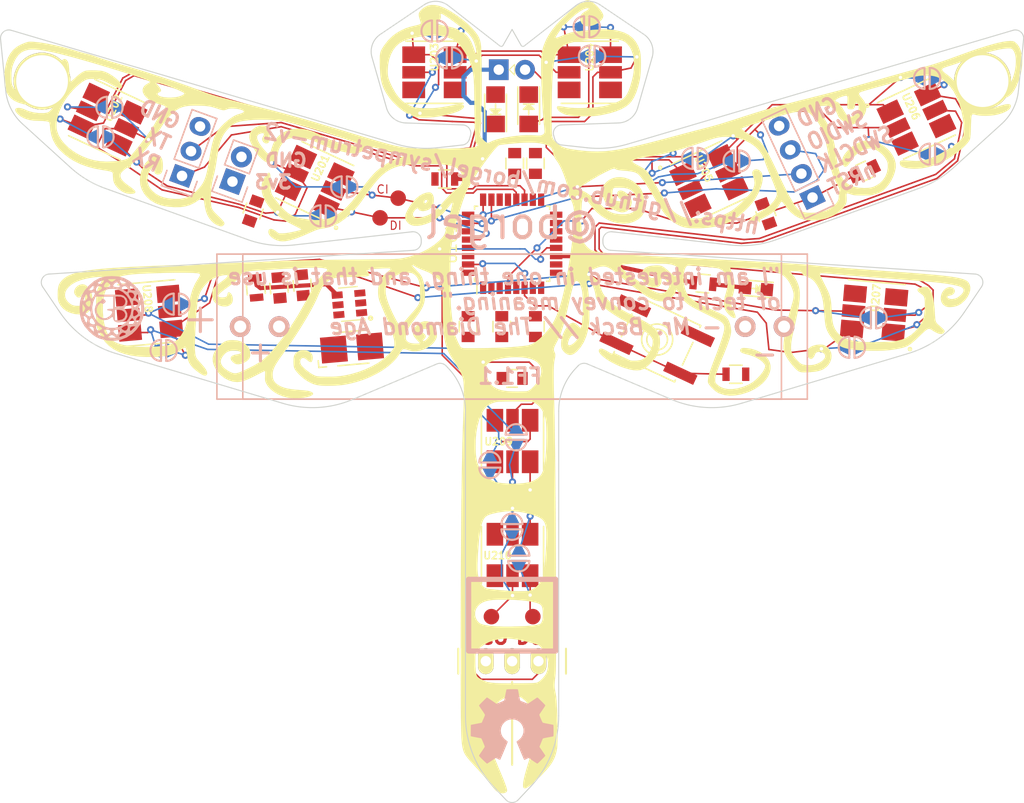
<source format=kicad_pcb>
(kicad_pcb (version 4) (host pcbnew 4.0.6)
  (title_block (title "Sympetrum V2") (date 2017-03-03) (rev A) (company "Ancillary Amalgamation"))
  (layers (0 Top_Copper signal) (31 Bottom_Copper signal) (34 B.Paste user) (35 F.Paste user) (36 B.SilkS user) (37 F.SilkS user) (38 B.Mask user) (39 F.Mask user) (44 Edge.Cuts user))
  (net 0 "")
  (net 1 GND)
  (net 2 +BATT)
  (net 3 /nRST)
  (net 4 /USER_BUTTON)
  (net 5 +3V3)
  (net 6 "Net-(D101-Pad2)")
  (net 7 "Net-(D102-Pad1)")
  (net 8 /IR_TX)
  (net 9 "Net-(D103-Pad1)")
  (net 10 "Net-(L301-Pad2)")
  (net 11 /SWDCLK)
  (net 12 /SWDIO)
  (net 13 /USER_LED)
  (net 14 /LED_MOSI)
  (net 15 /LED_CLK)
  (net 16 "Net-(R301-Pad2)")
  (net 17 "Net-(U101-Pad2)")
  (net 18 "Net-(U101-Pad3)")
  (net 19 /IR_RX)
  (net 20 "Net-(U101-Pad10)")
  (net 21 "Net-(U101-Pad14)")
  (net 22 "Net-(U101-Pad15)")
  (net 23 "Net-(U101-Pad18)")
  (net 24 "Net-(U101-Pad21)")
  (net 25 "Net-(U101-Pad22)")
  (net 26 "Net-(U101-Pad25)")
  (net 27 "Net-(U101-Pad27)")
  (net 28 "Net-(U101-Pad29)")
  (net 29 "Net-(U101-Pad30)")
  (net 30 /LEDArray/SCK-OUT)
  (net 31 /LEDArray/MOSI-OUT)
  (net 32 "Net-(U301-Pad3)")
  (net 33 "Net-(SW101-Pad1)")
  (net 34 /USART1_RX)
  (net 35 /USART1_TX)
  (net 36 "Net-(U101-Pad7)")
  (net 37 "Net-(U101-Pad8)")
  (net 38 "Net-(U101-Pad9)")
  (net 39 "Net-(JP201-Pad2)")
  (net 40 "Net-(JP202-Pad2)")
  (net 41 "Net-(JP203-Pad1)")
  (net 42 "Net-(JP203-Pad2)")
  (net 43 "Net-(JP204-Pad1)")
  (net 44 "Net-(JP204-Pad2)")
  (net 45 "Net-(JP205-Pad2)")
  (net 46 "Net-(JP206-Pad2)")
  (net 47 "Net-(JP207-Pad2)")
  (net 48 "Net-(JP208-Pad2)")
  (net 49 "Net-(JP209-Pad2)")
  (net 50 "Net-(JP210-Pad2)")
  (net 51 "Net-(JP211-Pad2)")
  (net 52 "Net-(JP212-Pad2)")
  (net 53 "Net-(JP213-Pad2)")
  (net 54 "Net-(JP214-Pad2)")
  (net 55 "Net-(JP215-Pad2)")
  (net 56 "Net-(JP216-Pad2)")
  (module oshwlogo-8mm:oshwlogo-8mm_silkscreen-back_8mm (layer Bottom_Copper) (at 138.8 115.8 180)
    (fp_text reference G*** hide)
    (fp_text value oshwlogo-8mm_silkscreen-back_8mm hide)
  )
  (module Measurement_Points:Measurement_Point_Round-SMD-Pad_Small (layer Top_Copper) (at 140.8 105.2)
    (fp_text reference TP_LED_MOSI_O101)
    (fp_text value TEST_1P)
    (pad 1 smd circle (at 0 0) (size 1.5 1.5) (layers Top_Copper F.Mask) (net 31 /LEDArray/MOSI-OUT))
  )
  (module Measurement_Points:Measurement_Point_Round-SMD-Pad_Small (layer Top_Copper) (at 136.8 105.2)
    (fp_text reference TP_LED_CLK_O101)
    (fp_text value TEST_1P)
    (pad 1 smd circle (at 0 0) (size 1.5 1.5) (layers Top_Copper F.Mask) (net 30 /LEDArray/SCK-OUT))
  )
  (module "Borgel Custom:LED-5050" (layer Top_Copper) (at 138.8 99.2 90)
    (fp_text reference U210 (at -0.1 -1.4 360) (layer F.SilkS) (effects (font (size 0.7 0.7))))
    (fp_text value APA102_5050 hide)
    (pad 1 smd rect (at 1.952407 1.737349 180) (size 1.6 2.2) (layers Top_Copper F.Paste F.Mask) (net 54 "Net-(JP214-Pad2)"))
    (pad 2 smd rect (at 1.952407 0.037349 180) (size 1.2 2.2) (layers Top_Copper F.Paste F.Mask) (net 53 "Net-(JP213-Pad2)"))
    (pad 3 smd rect (at 1.952407 -1.662651 180) (size 1.6 2.2) (layers Top_Copper F.Paste F.Mask))
    (pad 4 smd rect (at -2.047593 -1.662651 180) (size 1.6 2.2) (layers Top_Copper F.Paste F.Mask))
    (pad 5 smd rect (at -2.047593 0.037349 180) (size 1.2 2.2) (layers Top_Copper F.Paste F.Mask) (net 30 /LEDArray/SCK-OUT))
    (pad 6 smd rect (at -2.047593 1.737349 180) (size 1.6 2.2) (layers Top_Copper F.Paste F.Mask) (net 31 /LEDArray/MOSI-OUT))
  )
  (module "Borgel Custom:LED-5050" (layer Top_Copper) (at 138.8 88.2 90)
    (fp_text reference U209 (at -0.1 -1.3 360) (layer F.SilkS) (effects (font (size 0.7 0.7))))
    (fp_text value APA102_5050 hide)
    (pad 1 smd rect (at 1.952407 1.737349 180) (size 1.6 2.2) (layers Top_Copper F.Paste F.Mask) (net 50 "Net-(JP210-Pad2)"))
    (pad 2 smd rect (at 1.952407 0.037349 180) (size 1.2 2.2) (layers Top_Copper F.Paste F.Mask) (net 49 "Net-(JP209-Pad2)"))
    (pad 3 smd rect (at 1.952407 -1.662651 180) (size 1.6 2.2) (layers Top_Copper F.Paste F.Mask))
    (pad 4 smd rect (at -2.047593 -1.662651 180) (size 1.6 2.2) (layers Top_Copper F.Paste F.Mask))
    (pad 5 smd rect (at -2.047593 0.037349 180) (size 1.2 2.2) (layers Top_Copper F.Paste F.Mask) (net 53 "Net-(JP213-Pad2)"))
    (pad 6 smd rect (at -2.047593 1.737349 180) (size 1.6 2.2) (layers Top_Copper F.Paste F.Mask) (net 54 "Net-(JP214-Pad2)"))
  )
  (module "Borgel Custom:SOLDER-JUMPER_1-WAY" (layer Bottom_Copper) (at 138.7856 96.52 270)
    (fp_text reference JP217)
    (fp_text value Jumper_NO_Small hide)
    (pad 1 smd trapezoid (at -0.65 0 270) (size 1 1.1) (rect_delta -0.5 0) (layers Bottom_Copper B.Paste B.Mask) (net 53 "Net-(JP213-Pad2)"))
    (pad 2 smd trapezoid (at 0.65 0 270) (size 1 1.1) (rect_delta 0.5 0) (layers Bottom_Copper B.Paste B.Mask) (net 30 /LEDArray/SCK-OUT))
  )
  (module "Borgel Custom:SOLDER-JUMPER_1-WAY" (layer Bottom_Copper) (at 139.192 87.884 270)
    (fp_text reference JP213)
    (fp_text value Jumper_NO_Small hide)
    (pad 1 smd trapezoid (at -0.65 0 270) (size 1 1.1) (rect_delta -0.5 0) (layers Bottom_Copper B.Paste B.Mask) (net 49 "Net-(JP209-Pad2)"))
    (pad 2 smd trapezoid (at 0.65 0 270) (size 1 1.1) (rect_delta 0.5 0) (layers Bottom_Copper B.Paste B.Mask) (net 53 "Net-(JP213-Pad2)"))
  )
  (module "Borgel Custom:SOLDER-JUMPER_1-WAY" (layer Bottom_Copper) (at 136.652 90.566 270)
    (fp_text reference JP214)
    (fp_text value Jumper_NO_Small hide)
    (pad 1 smd trapezoid (at -0.65 0 270) (size 1 1.1) (rect_delta -0.5 0) (layers Bottom_Copper B.Paste B.Mask) (net 50 "Net-(JP210-Pad2)"))
    (pad 2 smd trapezoid (at 0.65 0 270) (size 1 1.1) (rect_delta 0.5 0) (layers Bottom_Copper B.Paste B.Mask) (net 54 "Net-(JP214-Pad2)"))
  )
  (module "Borgel Custom:SOLDER-JUMPER_1-WAY" (layer Bottom_Copper) (at 139.446 99.568 270)
    (fp_text reference JP218)
    (fp_text value Jumper_NO_Small hide)
    (pad 1 smd trapezoid (at -0.65 0 270) (size 1 1.1) (rect_delta -0.5 0) (layers Bottom_Copper B.Paste B.Mask) (net 54 "Net-(JP214-Pad2)"))
    (pad 2 smd trapezoid (at 0.65 0 270) (size 1 1.1) (rect_delta 0.5 0) (layers Bottom_Copper B.Paste B.Mask) (net 31 /LEDArray/MOSI-OUT))
  )
  (module Capacitors_SMD:C_0805 (layer Top_Copper) (at 113.8 66.05 250)
    (fp_text reference C201)
    (fp_text value 22uF)
    (pad 1 smd rect (at -1 0 250) (size 1 1.25) (layers Top_Copper F.Paste F.Mask))
    (pad 2 smd rect (at 1 0 250) (size 1 1.25) (layers Top_Copper F.Paste F.Mask))
  )
  (module Resistors_SMD:R_0805 (layer Top_Copper) (at 114.05 73.45 95)
    (fp_text reference R301)
    (fp_text value 1M)
    (pad 1 smd rect (at -0.95 0 95) (size 0.7 1.3) (layers Top_Copper F.Paste F.Mask))
    (pad 2 smd rect (at 0.95 0 95) (size 0.7 1.3) (layers Top_Copper F.Paste F.Mask) (net 16 "Net-(R301-Pad2)"))
  )
  (module "Borgel Custom:LED-5050" (layer Top_Copper) (at 103.8 75.862651 5)
    (fp_text reference U208 (at -0.080476 -1.374897 275) (layer F.SilkS) (effects (font (size 0.7 0.7))))
    (fp_text value APA102_5050 hide)
    (pad 1 smd rect (at 1.952407 1.737349 95) (size 1.6 2.2) (layers Top_Copper F.Paste F.Mask) (net 46 "Net-(JP206-Pad2)"))
    (pad 2 smd rect (at 1.952407 0.037349 95) (size 1.2 2.2) (layers Top_Copper F.Paste F.Mask) (net 45 "Net-(JP205-Pad2)"))
    (pad 3 smd rect (at 1.952407 -1.662651 95) (size 1.6 2.2) (layers Top_Copper F.Paste F.Mask))
    (pad 4 smd rect (at -2.047593 -1.662651 95) (size 1.6 2.2) (layers Top_Copper F.Paste F.Mask))
    (pad 5 smd rect (at -2.047593 0.037349 95) (size 1.2 2.2) (layers Top_Copper F.Paste F.Mask) (net 49 "Net-(JP209-Pad2)"))
    (pad 6 smd rect (at -2.047593 1.737349 95) (size 1.6 2.2) (layers Top_Copper F.Paste F.Mask) (net 50 "Net-(JP210-Pad2)"))
  )
  (module "Borgel Custom:Home_5mm" (layer Top_Copper) (at 93.42 53.5)
    (fp_text reference H102 hide)
    (fp_text value Hole_5mm)
    (pad 1 thru_hole circle (at 0 0) (size 5.5 5.5) (drill 5) (layers *.Cu *.Mask F.SilkS))
  )
  (module "Borgel Custom:LED-5050" (layer Top_Copper) (at 99.8 57.2 335)
    (fp_text reference U202 (at -0.011726 -1.208248 605) (layer F.SilkS) (effects (font (size 0.7 0.7))))
    (fp_text value APA102_5050 hide)
    (pad 1 smd rect (at 1.952407 1.737349 65) (size 1.6 2.2) (layers Top_Copper F.Paste F.Mask) (net 40 "Net-(JP202-Pad2)"))
    (pad 2 smd rect (at 1.952407 0.037349 65) (size 1.2 2.2) (layers Top_Copper F.Paste F.Mask) (net 39 "Net-(JP201-Pad2)"))
    (pad 3 smd rect (at 1.952407 -1.662651 65) (size 1.6 2.2) (layers Top_Copper F.Paste F.Mask))
    (pad 4 smd rect (at -2.047593 -1.662651 65) (size 1.6 2.2) (layers Top_Copper F.Paste F.Mask))
    (pad 5 smd rect (at -2.047593 0.037349 65) (size 1.2 2.2) (layers Top_Copper F.Paste F.Mask) (net 47 "Net-(JP207-Pad2)"))
    (pad 6 smd rect (at -2.047593 1.737349 65) (size 1.6 2.2) (layers Top_Copper F.Paste F.Mask) (net 48 "Net-(JP208-Pad2)"))
  )
  (module "Borgel Custom:LED-5050" (layer Top_Copper) (at 131.252407 52.687349 180)
    (fp_text reference U203 (at -0.047593 1.487349 270) (layer F.SilkS) (effects (font (size 0.7 0.7))))
    (fp_text value APA102_5050 hide)
    (pad 1 smd rect (at 1.952407 1.737349 270) (size 1.6 2.2) (layers Top_Copper F.Paste F.Mask) (net 48 "Net-(JP208-Pad2)"))
    (pad 2 smd rect (at 1.952407 0.037349 270) (size 1.2 2.2) (layers Top_Copper F.Paste F.Mask) (net 47 "Net-(JP207-Pad2)"))
    (pad 3 smd rect (at 1.952407 -1.662651 270) (size 1.6 2.2) (layers Top_Copper F.Paste F.Mask))
    (pad 4 smd rect (at -2.047593 -1.662651 270) (size 1.6 2.2) (layers Top_Copper F.Paste F.Mask))
    (pad 5 smd rect (at -2.047593 0.037349 270) (size 1.2 2.2) (layers Top_Copper F.Paste F.Mask) (net 51 "Net-(JP211-Pad2)"))
    (pad 6 smd rect (at -2.047593 1.737349 270) (size 1.6 2.2) (layers Top_Copper F.Paste F.Mask) (net 52 "Net-(JP212-Pad2)"))
  )
  (module LEDs:LED_1206 (layer Top_Copper) (at 140.4 56.21986 270)
    (fp_text reference D102)
    (fp_text value IR25-21C/TR8)
    (pad 2 smd rect (at 1.41986 0 90) (size 1.59766 1.80086) (layers Top_Copper F.Paste F.Mask) (net 8 /IR_TX))
    (pad 1 smd rect (at -1.41986 0 90) (size 1.59766 1.80086) (layers Top_Copper F.Paste F.Mask))
  )
  (module LEDs:LED_1206 (layer Top_Copper) (at 137.2 56.21986 90)
    (fp_text reference D103)
    (fp_text value IR25-21C/TR8)
    (pad 2 smd rect (at 1.41986 0 270) (size 1.59766 1.80086) (layers Top_Copper F.Paste F.Mask))
    (pad 1 smd rect (at -1.41986 0 270) (size 1.59766 1.80086) (layers Top_Copper F.Paste F.Mask))
  )
  (module "Borgel Custom:LED-5050" (layer Top_Copper) (at 146.252407 52.687349 180)
    (fp_text reference U204 (at -0.047593 1.487349 450) (layer F.SilkS) (effects (font (size 0.7 0.7))))
    (fp_text value APA102_5050 hide)
    (pad 1 smd rect (at 1.952407 1.737349 270) (size 1.6 2.2) (layers Top_Copper F.Paste F.Mask) (net 52 "Net-(JP212-Pad2)"))
    (pad 2 smd rect (at 1.952407 0.037349 270) (size 1.2 2.2) (layers Top_Copper F.Paste F.Mask) (net 51 "Net-(JP211-Pad2)"))
    (pad 3 smd rect (at 1.952407 -1.662651 270) (size 1.6 2.2) (layers Top_Copper F.Paste F.Mask))
    (pad 4 smd rect (at -2.047593 -1.662651 270) (size 1.6 2.2) (layers Top_Copper F.Paste F.Mask))
    (pad 5 smd rect (at -2.047593 0.037349 270) (size 1.2 2.2) (layers Top_Copper F.Paste F.Mask) (net 55 "Net-(JP215-Pad2)"))
    (pad 6 smd rect (at -2.047593 1.737349 270) (size 1.6 2.2) (layers Top_Copper F.Paste F.Mask) (net 56 "Net-(JP216-Pad2)"))
  )
  (module "Borgel Custom:LED-5MM-NoSilk" (layer Top_Copper) (at 137.51 52.4)
    (fp_text reference D104)
    (fp_text value PTH_LED)
    (pad 1 thru_hole rect (at 0 0 90) (size 2 1.9) (drill 1.00076) (layers *.Cu *.Mask) (net 9 "Net-(D103-Pad1)"))
    (pad 2 thru_hole circle (at 2.54 0) (size 1.9 1.9) (drill 1.00076) (layers *.Cu *.Mask) (net 8 /IR_TX))
  )
  (module Measurement_Points:Measurement_Point_Round-SMD-Pad_Small (layer Top_Copper) (at 127.8 64.8)
    (fp_text reference TP_LED_CLK101)
    (fp_text value TEST_1P)
    (pad 1 smd circle (at 0 0) (size 1.5 1.5) (layers Top_Copper F.Mask) (net 15 /LED_CLK))
  )
  (module Capacitors_SMD:C_0805 (layer Top_Copper) (at 118.55 73.2 95)
    (fp_text reference C302)
    (fp_text value 4.7uF)
    (pad 1 smd rect (at -1 0 95) (size 1 1.25) (layers Top_Copper F.Paste F.Mask))
    (pad 2 smd rect (at 1 0 95) (size 1 1.25) (layers Top_Copper F.Paste F.Mask))
  )
  (module Capacitors_SMD:C_0805 (layer Top_Copper) (at 116.3 73.45 95)
    (fp_text reference C301)
    (fp_text value 4.7uF)
    (pad 1 smd rect (at -1 0 95) (size 1 1.25) (layers Top_Copper F.Paste F.Mask))
    (pad 2 smd rect (at 1 0 95) (size 1 1.25) (layers Top_Copper F.Paste F.Mask))
  )
  (module "Borgel Custom:LED-5050" (layer Top_Copper) (at 119.8 63.2 335)
    (fp_text reference U201 (at -0.09625 -1.389509 605) (layer F.SilkS) (effects (font (size 0.7 0.7))))
    (fp_text value APA102_5050 hide)
    (pad 1 smd rect (at 1.952407 1.737349 65) (size 1.6 2.2) (layers Top_Copper F.Paste F.Mask) (net 14 /LED_MOSI))
    (pad 2 smd rect (at 1.952407 0.037349 65) (size 1.2 2.2) (layers Top_Copper F.Paste F.Mask) (net 15 /LED_CLK))
    (pad 3 smd rect (at 1.952407 -1.662651 65) (size 1.6 2.2) (layers Top_Copper F.Paste F.Mask))
    (pad 4 smd rect (at -2.047593 -1.662651 65) (size 1.6 2.2) (layers Top_Copper F.Paste F.Mask))
    (pad 5 smd rect (at -2.047593 0.037349 65) (size 1.2 2.2) (layers Top_Copper F.Paste F.Mask) (net 39 "Net-(JP201-Pad2)"))
    (pad 6 smd rect (at -2.047593 1.737349 65) (size 1.6 2.2) (layers Top_Copper F.Paste F.Mask) (net 40 "Net-(JP202-Pad2)"))
  )
  (module Inductors:Inductor_1212 (layer Top_Copper) (at 123.337926 79.261084 5)
    (fp_text reference L301)
    (fp_text value 4.7uH)
    (pad 1 smd rect (at -1.75 0 5) (size 2.5 2.5) (layers Top_Copper F.Paste F.Mask))
    (pad 2 smd rect (at 1.75 0 5) (size 2.5 2.5) (layers Top_Copper F.Paste F.Mask))
  )
  (module Measurement_Points:Measurement_Point_Round-SMD-Pad_Small (layer Top_Copper) (at 126.05 66.7)
    (fp_text reference TP_LED_MOSI101)
    (fp_text value TEST_1P)
    (pad 1 smd circle (at 0 0) (size 1.5 1.5) (layers Top_Copper F.Mask) (net 14 /LED_MOSI))
  )
  (module "Borgel Custom:SOT-23-6" (layer Top_Copper) (at 123.087926 75.011084 185)
    (fp_text reference U301)
    (fp_text value AAT1217-3.3)
    (pad 1 smd rect (at -1.1 -0.95 185) (size 1.06 0.65) (layers Top_Copper F.Paste F.Mask))
    (pad 2 smd rect (at -1.1 0 185) (size 1.06 0.65) (layers Top_Copper F.Paste F.Mask))
    (pad 3 smd rect (at -1.1 0.95 185) (size 1.06 0.65) (layers Top_Copper F.Paste F.Mask))
    (pad 4 smd rect (at 1.1 0.95 185) (size 1.06 0.65) (layers Top_Copper F.Paste F.Mask) (net 16 "Net-(R301-Pad2)"))
    (pad 6 smd rect (at 1.1 -0.95 185) (size 1.06 0.65) (layers Top_Copper F.Paste F.Mask))
    (pad 5 smd rect (at 1.1 0 185) (size 1.06 0.65) (layers Top_Copper F.Paste F.Mask))
  )
  (module Resistors_SMD:R_0805 (layer Top_Copper) (at 132.3 62.95)
    (fp_text reference R103)
    (fp_text value 36R)
    (pad 1 smd rect (at -0.95 0) (size 0.7 1.3) (layers Top_Copper F.Paste F.Mask))
    (pad 2 smd rect (at 0.95 0) (size 0.7 1.3) (layers Top_Copper F.Paste F.Mask) (net 9 "Net-(D103-Pad1)"))
  )
  (module Capacitors_SMD:C_0805 (layer Top_Copper) (at 139.05 61.45 90)
    (fp_text reference C106)
    (fp_text value 4.7uF)
    (pad 1 smd rect (at -1 0 90) (size 1 1.25) (layers Top_Copper F.Paste F.Mask))
    (pad 2 smd rect (at 1 0 90) (size 1 1.25) (layers Top_Copper F.Paste F.Mask))
  )
  (module Capacitors_SMD:C_0805 (layer Top_Copper) (at 141.05 61.45 90)
    (fp_text reference C104)
    (fp_text value 0.1uF)
    (pad 1 smd rect (at -1 0 90) (size 1 1.25) (layers Top_Copper F.Paste F.Mask))
    (pad 2 smd rect (at 1 0 90) (size 1 1.25) (layers Top_Copper F.Paste F.Mask))
  )
  (module Housings_QFP:LQFP-32_7x7mm_Pitch0.8mm (layer Top_Copper) (at 138.8 69.2 90)
    (fp_text reference U101 (at 0 -5.85 90) (layer F.SilkS))
    (fp_text value STM32F030K6T6)
    (pad 1 smd rect (at -4.25 -2.8 90) (size 1.2 0.6) (layers Top_Copper F.Paste F.Mask))
    (pad 2 smd rect (at -4.25 -2 90) (size 1.2 0.6) (layers Top_Copper F.Paste F.Mask))
    (pad 3 smd rect (at -4.25 -1.2 90) (size 1.2 0.6) (layers Top_Copper F.Paste F.Mask))
    (pad 4 smd rect (at -4.25 -0.4 90) (size 1.2 0.6) (layers Top_Copper F.Paste F.Mask) (net 3 /nRST))
    (pad 5 smd rect (at -4.25 0.4 90) (size 1.2 0.6) (layers Top_Copper F.Paste F.Mask))
    (pad 6 smd rect (at -4.25 1.2 90) (size 1.2 0.6) (layers Top_Copper F.Paste F.Mask) (net 4 /USER_BUTTON))
    (pad 7 smd rect (at -4.25 2 90) (size 1.2 0.6) (layers Top_Copper F.Paste F.Mask))
    (pad 8 smd rect (at -4.25 2.8 90) (size 1.2 0.6) (layers Top_Copper F.Paste F.Mask))
    (pad 9 smd rect (at -2.8 4.25 180) (size 1.2 0.6) (layers Top_Copper F.Paste F.Mask))
    (pad 10 smd rect (at -2 4.25 180) (size 1.2 0.6) (layers Top_Copper F.Paste F.Mask))
    (pad 11 smd rect (at -1.2 4.25 180) (size 1.2 0.6) (layers Top_Copper F.Paste F.Mask) (net 13 /USER_LED))
    (pad 12 smd rect (at -0.4 4.25 180) (size 1.2 0.6) (layers Top_Copper F.Paste F.Mask) (net 19 /IR_RX))
    (pad 13 smd rect (at 0.4 4.25 180) (size 1.2 0.6) (layers Top_Copper F.Paste F.Mask))
    (pad 14 smd rect (at 1.2 4.25 180) (size 1.2 0.6) (layers Top_Copper F.Paste F.Mask))
    (pad 15 smd rect (at 2 4.25 180) (size 1.2 0.6) (layers Top_Copper F.Paste F.Mask))
    (pad 16 smd rect (at 2.8 4.25 180) (size 1.2 0.6) (layers Top_Copper F.Paste F.Mask))
    (pad 17 smd rect (at 4.25 2.8 90) (size 1.2 0.6) (layers Top_Copper F.Paste F.Mask))
    (pad 18 smd rect (at 4.25 2 90) (size 1.2 0.6) (layers Top_Copper F.Paste F.Mask))
    (pad 19 smd rect (at 4.25 1.2 90) (size 1.2 0.6) (layers Top_Copper F.Paste F.Mask) (net 35 /USART1_TX))
    (pad 20 smd rect (at 4.25 0.4 90) (size 1.2 0.6) (layers Top_Copper F.Paste F.Mask) (net 34 /USART1_RX))
    (pad 21 smd rect (at 4.25 -0.4 90) (size 1.2 0.6) (layers Top_Copper F.Paste F.Mask))
    (pad 22 smd rect (at 4.25 -1.2 90) (size 1.2 0.6) (layers Top_Copper F.Paste F.Mask))
    (pad 23 smd rect (at 4.25 -2 90) (size 1.2 0.6) (layers Top_Copper F.Paste F.Mask) (net 12 /SWDIO))
    (pad 24 smd rect (at 4.25 -2.8 90) (size 1.2 0.6) (layers Top_Copper F.Paste F.Mask) (net 11 /SWDCLK))
    (pad 25 smd rect (at 2.8 -4.25 180) (size 1.2 0.6) (layers Top_Copper F.Paste F.Mask))
    (pad 26 smd rect (at 2 -4.25 180) (size 1.2 0.6) (layers Top_Copper F.Paste F.Mask) (net 15 /LED_CLK))
    (pad 27 smd rect (at 1.2 -4.25 180) (size 1.2 0.6) (layers Top_Copper F.Paste F.Mask))
    (pad 28 smd rect (at 0.4 -4.25 180) (size 1.2 0.6) (layers Top_Copper F.Paste F.Mask) (net 14 /LED_MOSI))
    (pad 29 smd rect (at -0.4 -4.25 180) (size 1.2 0.6) (layers Top_Copper F.Paste F.Mask))
    (pad 30 smd rect (at -1.2 -4.25 180) (size 1.2 0.6) (layers Top_Copper F.Paste F.Mask))
    (pad 31 smd rect (at -2 -4.25 180) (size 1.2 0.6) (layers Top_Copper F.Paste F.Mask) (net 4 /USER_BUTTON))
    (pad 32 smd rect (at -2.8 -4.25 180) (size 1.2 0.6) (layers Top_Copper F.Paste F.Mask))
  )
  (module Resistors_SMD:R_0805 (layer Top_Copper) (at 160.4 81.8)
    (fp_text reference R101)
    (fp_text value 10k)
    (pad 1 smd rect (at -0.95 0) (size 0.7 1.3) (layers Top_Copper F.Paste F.Mask) (net 4 /USER_BUTTON))
    (pad 2 smd rect (at 0.95 0) (size 0.7 1.3) (layers Top_Copper F.Paste F.Mask))
  )
  (module LEDs:LED_0805 (layer Top_Copper) (at 162.345028 73.541428 175)
    (fp_text reference D101)
    (fp_text value USER_LED)
    (pad 2 smd rect (at 1.04902 0 355) (size 1.19888 1.19888) (layers Top_Copper F.Paste F.Mask) (net 6 "Net-(D101-Pad2)"))
    (pad 1 smd rect (at -1.04902 0 355) (size 1.19888 1.19888) (layers Top_Copper F.Paste F.Mask))
  )
  (module "Borgel Custom:LED-5050" (layer Top_Copper) (at 157.8 63.2 205)
    (fp_text reference U205 (at -0.075119 1.344194 475) (layer F.SilkS) (effects (font (size 0.7 0.7))))
    (fp_text value APA102_5050 hide)
    (pad 1 smd rect (at 1.952407 1.737349 295) (size 1.6 2.2) (layers Top_Copper F.Paste F.Mask) (net 56 "Net-(JP216-Pad2)"))
    (pad 2 smd rect (at 1.952407 0.037349 295) (size 1.2 2.2) (layers Top_Copper F.Paste F.Mask) (net 55 "Net-(JP215-Pad2)"))
    (pad 3 smd rect (at 1.952407 -1.662651 295) (size 1.6 2.2) (layers Top_Copper F.Paste F.Mask))
    (pad 4 smd rect (at -2.047593 -1.662651 295) (size 1.6 2.2) (layers Top_Copper F.Paste F.Mask))
    (pad 5 smd rect (at -2.047593 0.037349 295) (size 1.2 2.2) (layers Top_Copper F.Paste F.Mask) (net 41 "Net-(JP203-Pad1)"))
    (pad 6 smd rect (at -2.047593 1.737349 295) (size 1.6 2.2) (layers Top_Copper F.Paste F.Mask) (net 43 "Net-(JP204-Pad1)"))
  )
  (module Resistors_SMD:R_0805 (layer Top_Copper) (at 157.246385 73.032798 175)
    (fp_text reference R102)
    (fp_text value 0R)
    (pad 1 smd rect (at -0.95 0 175) (size 0.7 1.3) (layers Top_Copper F.Paste F.Mask) (net 6 "Net-(D101-Pad2)"))
    (pad 2 smd rect (at 0.95 0 175) (size 0.7 1.3) (layers Top_Copper F.Paste F.Mask) (net 13 /USER_LED))
  )
  (module Capacitors_SMD:C_0805 (layer Top_Copper) (at 163.3 66.3 290)
    (fp_text reference C202)
    (fp_text value 22uF)
    (pad 1 smd rect (at -1 0 290) (size 1 1.25) (layers Top_Copper F.Paste F.Mask))
    (pad 2 smd rect (at 1 0 290) (size 1 1.25) (layers Top_Copper F.Paste F.Mask))
  )
  (module Capacitors_SMD:C_0805 (layer Top_Copper) (at 172.8 62.2 25)
    (fp_text reference C101)
    (fp_text value 0.1uF)
    (pad 1 smd rect (at -1 0 25) (size 1 1.25) (layers Top_Copper F.Paste F.Mask) (net 3 /nRST))
    (pad 2 smd rect (at 1 0 25) (size 1 1.25) (layers Top_Copper F.Paste F.Mask))
  )
  (module "Borgel Custom:LED-5050" (layer Top_Copper) (at 173.8 75.862651 355)
    (fp_text reference U207 (at -0.005548 -1.417562 625) (layer F.SilkS) (effects (font (size 0.7 0.7))))
    (fp_text value APA102_5050 hide)
    (pad 1 smd rect (at 1.952407 1.737349 85) (size 1.6 2.2) (layers Top_Copper F.Paste F.Mask) (net 44 "Net-(JP204-Pad2)"))
    (pad 2 smd rect (at 1.952407 0.037349 85) (size 1.2 2.2) (layers Top_Copper F.Paste F.Mask) (net 42 "Net-(JP203-Pad2)"))
    (pad 3 smd rect (at 1.952407 -1.662651 85) (size 1.6 2.2) (layers Top_Copper F.Paste F.Mask))
    (pad 4 smd rect (at -2.047593 -1.662651 85) (size 1.6 2.2) (layers Top_Copper F.Paste F.Mask))
    (pad 5 smd rect (at -2.047593 0.037349 85) (size 1.2 2.2) (layers Top_Copper F.Paste F.Mask) (net 45 "Net-(JP205-Pad2)"))
    (pad 6 smd rect (at -2.047593 1.737349 85) (size 1.6 2.2) (layers Top_Copper F.Paste F.Mask) (net 46 "Net-(JP206-Pad2)"))
  )
  (module "Borgel Custom:LED-5050" (layer Top_Copper) (at 177.8 57.2 205)
    (fp_text reference U206 (at -0.075119 1.344194 475) (layer F.SilkS) (effects (font (size 0.7 0.7))))
    (fp_text value APA102_5050 hide)
    (pad 1 smd rect (at 1.952407 1.737349 295) (size 1.6 2.2) (layers Top_Copper F.Paste F.Mask) (net 43 "Net-(JP204-Pad1)"))
    (pad 2 smd rect (at 1.952407 0.037349 295) (size 1.2 2.2) (layers Top_Copper F.Paste F.Mask) (net 41 "Net-(JP203-Pad1)"))
    (pad 3 smd rect (at 1.952407 -1.662651 295) (size 1.6 2.2) (layers Top_Copper F.Paste F.Mask))
    (pad 4 smd rect (at -2.047593 -1.662651 295) (size 1.6 2.2) (layers Top_Copper F.Paste F.Mask))
    (pad 5 smd rect (at -2.047593 0.037349 295) (size 1.2 2.2) (layers Top_Copper F.Paste F.Mask) (net 42 "Net-(JP203-Pad2)"))
    (pad 6 smd rect (at -2.047593 1.737349 295) (size 1.6 2.2) (layers Top_Copper F.Paste F.Mask) (net 44 "Net-(JP204-Pad2)"))
  )
  (module "Borgel Custom:Home_5mm" (layer Top_Copper) (at 184.2152 53.5)
    (fp_text reference H101 hide)
    (fp_text value Hole_5mm)
    (pad 1 thru_hole circle (at 0 0) (size 5.5 5.5) (drill 5) (layers *.Cu *.Mask F.SilkS))
  )
  (module Capacitors_SMD:C_0805 (layer Top_Copper) (at 138.8 82.2)
    (fp_text reference C203)
    (fp_text value 22uF)
    (pad 1 smd rect (at -1 0) (size 1 1.25) (layers Top_Copper F.Paste F.Mask))
    (pad 2 smd rect (at 1 0) (size 1 1.25) (layers Top_Copper F.Paste F.Mask))
  )
  (module "Borgel Custom:SW_SPST_EVQP0_DPLIT" (layer Top_Copper) (at 152.8 78.45 335)
    (fp_text reference SW101)
    (fp_text value DFU)
    (pad 3 smd rect (at 3.4 -2 335) (size 3.2 1) (layers Top_Copper F.Paste F.Mask))
    (pad 1 smd rect (at -3.4 -2 335) (size 3.2 1) (layers Top_Copper F.Paste F.Mask))
    (pad 2 smd rect (at -3.4 2 335) (size 3.2 1) (layers Top_Copper F.Paste F.Mask) (net 4 /USER_BUTTON))
    (pad 4 smd rect (at 3.4 2 335) (size 3.2 1) (layers Top_Copper F.Paste F.Mask) (net 4 /USER_BUTTON))
  )
  (module Capacitors_SMD:C_0805 (layer Top_Copper) (at 134.55 77.2 270)
    (fp_text reference C105)
    (fp_text value 0.1uF)
    (pad 1 smd rect (at -1 0 270) (size 1 1.25) (layers Top_Copper F.Paste F.Mask))
    (pad 2 smd rect (at 1 0 270) (size 1 1.25) (layers Top_Copper F.Paste F.Mask))
  )
  (module Capacitors_SMD:C_0805 (layer Top_Copper) (at 137.8 77.2 270)
    (fp_text reference C103)
    (fp_text value 1uF)
    (pad 1 smd rect (at -1 0 270) (size 1 1.25) (layers Top_Copper F.Paste F.Mask))
    (pad 2 smd rect (at 1 0 270) (size 1 1.25) (layers Top_Copper F.Paste F.Mask))
  )
  (module Capacitors_SMD:C_0805 (layer Top_Copper) (at 141.05 77.2 270)
    (fp_text reference C102)
    (fp_text value 10nF)
    (pad 1 smd rect (at -1 0 270) (size 1 1.25) (layers Top_Copper F.Paste F.Mask))
    (pad 2 smd rect (at 1 0 270) (size 1 1.25) (layers Top_Copper F.Paste F.Mask))
  )
  (module "Borgel Custom:SOLDER-JUMPER_1-WAY" (layer Bottom_Copper) (at 122.5948 63.7136 180)
    (fp_text reference JP201)
    (fp_text value Jumper_NO_Small hide)
    (pad 1 smd trapezoid (at -0.65 0 180) (size 1 1.1) (rect_delta -0.5 0) (layers Bottom_Copper B.Paste B.Mask) (net 15 /LED_CLK))
    (pad 2 smd trapezoid (at 0.65 0 180) (size 1 1.1) (rect_delta 0.5 0) (layers Bottom_Copper B.Paste B.Mask) (net 39 "Net-(JP201-Pad2)"))
  )
  (module Pin_Headers:Pin_Header_Straight_1x03 (layer Bottom_Copper) (at 106.931269 62.653452 340)
    (fp_text reference J_UART101)
    (fp_text value CONN_01x03)
    (pad 1 thru_hole rect (at 0 0 340) (size 2.032 1.7272) (drill 1.016) (layers *.Cu *.Mask) (net 34 /USART1_RX))
    (pad 2 thru_hole oval (at 0 -2.54 340) (size 2.032 1.7272) (drill 1.016) (layers *.Cu *.Mask) (net 35 /USART1_TX))
    (pad 3 thru_hole oval (at 0 -5.08 340) (size 2.032 1.7272) (drill 1.016) (layers *.Cu *.Mask))
  )
  (module Pin_Headers:Pin_Header_Straight_1x02 (layer Bottom_Copper) (at 111.8 63.2 340)
    (fp_text reference J_PWR301)
    (fp_text value CONN_01x02)
    (pad 1 thru_hole rect (at 0 0 340) (size 2.032 2.032) (drill 1.016) (layers *.Cu *.Mask))
    (pad 2 thru_hole oval (at 0 -2.54 340) (size 2.032 2.032) (drill 1.016) (layers *.Cu *.Mask))
  )
  (module "Borgel Custom:SOLDER-JUMPER_1-WAY" (layer Bottom_Copper) (at 120.5524 66.5076 180)
    (fp_text reference JP202)
    (fp_text value Jumper_NO_Small hide)
    (pad 1 smd trapezoid (at -0.65 0 180) (size 1 1.1) (rect_delta -0.5 0) (layers Bottom_Copper B.Paste B.Mask) (net 14 /LED_MOSI))
    (pad 2 smd trapezoid (at 0.65 0 180) (size 1 1.1) (rect_delta 0.5 0) (layers Bottom_Copper B.Paste B.Mask) (net 40 "Net-(JP202-Pad2)"))
  )
  (module "Borgel Custom:SOLDER-JUMPER_1-WAY" (layer Bottom_Copper) (at 99.06 58.8772 180)
    (fp_text reference JP208)
    (fp_text value Jumper_NO_Small hide)
    (pad 1 smd trapezoid (at -0.65 0 180) (size 1 1.1) (rect_delta -0.5 0) (layers Bottom_Copper B.Paste B.Mask) (net 40 "Net-(JP202-Pad2)"))
    (pad 2 smd trapezoid (at 0.65 0 180) (size 1 1.1) (rect_delta 0.5 0) (layers Bottom_Copper B.Paste B.Mask) (net 48 "Net-(JP208-Pad2)"))
  )
  (module "Borgel Custom:SOLDER-JUMPER_1-WAY" (layer Bottom_Copper) (at 99.934 56.0324 180)
    (fp_text reference JP207)
    (fp_text value Jumper_NO_Small hide)
    (pad 1 smd trapezoid (at -0.65 0 180) (size 1 1.1) (rect_delta -0.5 0) (layers Bottom_Copper B.Paste B.Mask) (net 39 "Net-(JP201-Pad2)"))
    (pad 2 smd trapezoid (at 0.65 0 180) (size 1 1.1) (rect_delta 0.5 0) (layers Bottom_Copper B.Paste B.Mask) (net 47 "Net-(JP207-Pad2)"))
  )
  (module "Borgel Custom:SOLDER-JUMPER_1-WAY" (layer Bottom_Copper) (at 106.3856 75.0316 180)
    (fp_text reference JP209)
    (fp_text value Jumper_NO_Small hide)
    (pad 1 smd trapezoid (at -0.65 0 180) (size 1 1.1) (rect_delta -0.5 0) (layers Bottom_Copper B.Paste B.Mask) (net 45 "Net-(JP205-Pad2)"))
    (pad 2 smd trapezoid (at 0.65 0 180) (size 1 1.1) (rect_delta 0.5 0) (layers Bottom_Copper B.Paste B.Mask) (net 49 "Net-(JP209-Pad2)"))
  )
  (module "Borgel Custom:SOLDER-JUMPER_1-WAY" (layer Bottom_Copper) (at 105.156 79.502 180)
    (fp_text reference JP210)
    (fp_text value Jumper_NO_Small hide)
    (pad 1 smd trapezoid (at -0.65 0 180) (size 1 1.1) (rect_delta -0.5 0) (layers Bottom_Copper B.Paste B.Mask) (net 46 "Net-(JP206-Pad2)"))
    (pad 2 smd trapezoid (at 0.65 0 180) (size 1 1.1) (rect_delta 0.5 0) (layers Bottom_Copper B.Paste B.Mask) (net 50 "Net-(JP210-Pad2)"))
  )
  (module "Borgel Custom:BCAAAPC+BCAAPC-ChinaFixed" (layer Bottom_Copper) (at 138.8 77.2)
    (fp_text reference B301)
    (fp_text value BCAAAPC_+_BCAAPC)
    (fp_text user - (at 24.384 2.6) (layer B.SilkS) (effects (font (size 2 2) (thickness 0.3)) (justify mirror)))
    (fp_text user + (at -24.4475 2.54 270) (layer B.SilkS) (effects (font (size 2 2) (thickness 0.3)) (justify mirror)))
    (pad 2 thru_hole circle (at 22.5 0) (size 2 2) (drill 1.17) (layers *.Cu *.Mask B.SilkS))
    (pad 1 thru_hole circle (at -22.5 0) (size 2 2) (drill 1.17) (layers *.Cu *.Mask B.SilkS))
    (pad 2 thru_hole circle (at 26.25 0) (size 2 2) (drill 1.17) (layers *.Cu *.Mask B.SilkS))
    (pad 1 thru_hole circle (at -26.25 0) (size 2 2) (drill 1.17) (layers *.Cu *.Mask B.SilkS))
  )
  (module Pin_Headers:Pin_Header_Straight_1x04 (layer Bottom_Copper) (at 167.8 64.74 25)
    (fp_text reference J_PROG101)
    (fp_text value CONN_01x04)
    (pad 1 thru_hole rect (at 0 0 25) (size 2.032 1.7272) (drill 1.016) (layers *.Cu *.Mask) (net 3 /nRST))
    (pad 2 thru_hole oval (at 0 -2.54 25) (size 2.032 1.7272) (drill 1.016) (layers *.Cu *.Mask) (net 11 /SWDCLK))
    (pad 3 thru_hole oval (at 0 -5.08 25) (size 2.032 1.7272) (drill 1.016) (layers *.Cu *.Mask) (net 12 /SWDIO))
    (pad 4 thru_hole oval (at 0 -7.62 25) (size 2.032 1.7272) (drill 1.016) (layers *.Cu *.Mask))
  )
  (module "Borgel Custom:SOLDER-JUMPER_1-WAY" (layer Bottom_Copper) (at 173.6852 76.3524 180)
    (fp_text reference JP205)
    (fp_text value Jumper_NO_Small hide)
    (pad 1 smd trapezoid (at -0.65 0 180) (size 1 1.1) (rect_delta -0.5 0) (layers Bottom_Copper B.Paste B.Mask) (net 42 "Net-(JP203-Pad2)"))
    (pad 2 smd trapezoid (at 0.65 0 180) (size 1 1.1) (rect_delta 0.5 0) (layers Bottom_Copper B.Paste B.Mask) (net 45 "Net-(JP205-Pad2)"))
  )
  (module "Borgel Custom:SOLDER-JUMPER_1-WAY" (layer Bottom_Copper) (at 171.6024 79.1972 180)
    (fp_text reference JP206)
    (fp_text value Jumper_NO_Small hide)
    (pad 1 smd trapezoid (at -0.65 0 180) (size 1 1.1) (rect_delta -0.5 0) (layers Bottom_Copper B.Paste B.Mask) (net 44 "Net-(JP204-Pad2)"))
    (pad 2 smd trapezoid (at 0.65 0 180) (size 1 1.1) (rect_delta 0.5 0) (layers Bottom_Copper B.Paste B.Mask) (net 46 "Net-(JP206-Pad2)"))
  )
  (module "Borgel Custom:SOLDER-JUMPER_1-WAY" (layer Bottom_Copper) (at 179.3748 60.5536)
    (fp_text reference JP203)
    (fp_text value Jumper_NO_Small hide)
    (pad 1 smd trapezoid (at -0.65 0) (size 1 1.1) (rect_delta -0.5 0) (layers Bottom_Copper B.Paste B.Mask) (net 41 "Net-(JP203-Pad1)"))
    (pad 2 smd trapezoid (at 0.65 0) (size 1 1.1) (rect_delta 0.5 0) (layers Bottom_Copper B.Paste B.Mask) (net 42 "Net-(JP203-Pad2)"))
  )
  (module "Borgel Custom:SOLDER-JUMPER_1-WAY" (layer Bottom_Copper) (at 178.8668 53.2384)
    (fp_text reference JP204)
    (fp_text value Jumper_NO_Small hide)
    (pad 1 smd trapezoid (at -0.65 0) (size 1 1.1) (rect_delta -0.5 0) (layers Bottom_Copper B.Paste B.Mask) (net 43 "Net-(JP204-Pad1)"))
    (pad 2 smd trapezoid (at 0.65 0) (size 1 1.1) (rect_delta 0.5 0) (layers Bottom_Copper B.Paste B.Mask) (net 44 "Net-(JP204-Pad2)"))
  )
  (module "Borgel Custom:SOLDER-JUMPER_1-WAY" (layer Bottom_Copper) (at 156.464 60.96)
    (fp_text reference JP220)
    (fp_text value Jumper_NO_Small hide)
    (pad 1 smd trapezoid (at -0.65 0) (size 1 1.1) (rect_delta -0.5 0) (layers Bottom_Copper B.Paste B.Mask) (net 56 "Net-(JP216-Pad2)"))
    (pad 2 smd trapezoid (at 0.65 0) (size 1 1.1) (rect_delta 0.5 0) (layers Bottom_Copper B.Paste B.Mask) (net 43 "Net-(JP204-Pad1)"))
  )
  (module "Borgel Custom:SOLDER-JUMPER_1-WAY" (layer Bottom_Copper) (at 160.4772 61.214)
    (fp_text reference JP219)
    (fp_text value Jumper_NO_Small hide)
    (pad 1 smd trapezoid (at -0.65 0) (size 1 1.1) (rect_delta -0.5 0) (layers Bottom_Copper B.Paste B.Mask) (net 55 "Net-(JP215-Pad2)"))
    (pad 2 smd trapezoid (at 0.65 0) (size 1 1.1) (rect_delta 0.5 0) (layers Bottom_Copper B.Paste B.Mask) (net 41 "Net-(JP203-Pad1)"))
  )
  (module "Borgel Custom:SOLDER-JUMPER_1-WAY" (layer Bottom_Copper) (at 145.9992 48.26)
    (fp_text reference JP216)
    (fp_text value Jumper_NO_Small hide)
    (pad 1 smd trapezoid (at -0.65 0) (size 1 1.1) (rect_delta -0.5 0) (layers Bottom_Copper B.Paste B.Mask) (net 52 "Net-(JP212-Pad2)"))
    (pad 2 smd trapezoid (at 0.65 0) (size 1 1.1) (rect_delta 0.5 0) (layers Bottom_Copper B.Paste B.Mask) (net 56 "Net-(JP216-Pad2)"))
  )
  (module "Borgel Custom:SOLDER-JUMPER_1-WAY" (layer Bottom_Copper) (at 146.5176 51.1048)
    (fp_text reference JP215)
    (fp_text value Jumper_NO_Small hide)
    (pad 1 smd trapezoid (at -0.65 0) (size 1 1.1) (rect_delta -0.5 0) (layers Bottom_Copper B.Paste B.Mask) (net 51 "Net-(JP211-Pad2)"))
    (pad 2 smd trapezoid (at 0.65 0) (size 1 1.1) (rect_delta 0.5 0) (layers Bottom_Copper B.Paste B.Mask) (net 55 "Net-(JP215-Pad2)"))
  )
  (module "Borgel Custom:SOLDER-JUMPER_1-WAY" (layer Bottom_Copper) (at 131.318 48.6664)
    (fp_text reference JP212)
    (fp_text value Jumper_NO_Small hide)
    (pad 1 smd trapezoid (at -0.65 0) (size 1 1.1) (rect_delta -0.5 0) (layers Bottom_Copper B.Paste B.Mask) (net 48 "Net-(JP208-Pad2)"))
    (pad 2 smd trapezoid (at 0.65 0) (size 1 1.1) (rect_delta 0.5 0) (layers Bottom_Copper B.Paste B.Mask) (net 52 "Net-(JP212-Pad2)"))
  )
  (module "Borgel Custom:SOLDER-JUMPER_1-WAY" (layer Bottom_Copper) (at 132.7404 51.2572)
    (fp_text reference JP211)
    (fp_text value Jumper_NO_Small hide)
    (pad 1 smd trapezoid (at -0.65 0) (size 1 1.1) (rect_delta -0.5 0) (layers Bottom_Copper B.Paste B.Mask) (net 47 "Net-(JP207-Pad2)"))
    (pad 2 smd trapezoid (at 0.65 0) (size 1 1.1) (rect_delta 0.5 0) (layers Bottom_Copper B.Paste B.Mask) (net 51 "Net-(JP211-Pad2)"))
  )
  (module "Borgel Custom:TO-220_Neutral123_Vertical_LayDown-NoSilk" (layer Top_Copper) (at 138.8 109.5 180)
    (fp_text reference U102)
    (fp_text value TSSP58P38)
    (pad 2 thru_hole oval (at 0 0 270) (size 2.5 1.5) (drill 1.00076) (layers *.Cu *.Mask F.SilkS))
    (pad 1 thru_hole oval (at -2.54 0 270) (size 2.5 1.5) (drill 1.00076) (layers *.Cu *.Mask F.SilkS) (net 19 /IR_RX))
    (pad 3 thru_hole oval (at 2.54 0 270) (size 2.5 1.5) (drill 1.00076) (layers *.Cu *.Mask F.SilkS))
  )
  (module "Borgel Custom:BTG Logo 0.25in" (layer Bottom_Copper) (at 100.2 75.4 180)
    (fp_text reference G*** hide)
    (fp_text value LOGO hide)
  )
  (module "Borgel Custom:Sympetrum-V2 FF1.1 HDPI Fancy Mask" (layer Top_Copper) (at 139.4 83.2)
    (fp_text reference G*** hide)
    (fp_text value LOGO hide)
  )
  (gr_text FF1.1 (at 138.6 82) (layer B.SilkS) (effects (font (size 1.5 1.5) (thickness 0.3)) (justify mirror)))
  (gr_text @borgel (at 138.8 67.2) (layer B.SilkS) (effects (font (size 3 2.8) (thickness 0.4)) (justify mirror)))
  (gr_text "\"I am interested in one thing, and that is use\nof tech to convey meaning.\"\n     - Mr. Beck // The Diamond Age" (at 165 74.8) (layer B.SilkS) (effects (font (size 1.5 1.5) (thickness 0.3) italic) (justify left mirror)))
  (gr_text + (at 108.701 76.312) (layer B.SilkS) (effects (font (size 3 3) (thickness 0.3)) (justify mirror)))
  (gr_text CO (at 137.05 107.2) (layer Top_Copper) (effects (font (size 1.3 1.3) (thickness 0.3))))
  (gr_text DO (at 140.55 107.2) (layer Top_Copper) (effects (font (size 1.3 1.3) (thickness 0.3))))
  (gr_text CI (at 126.3 63.95) (layer Top_Copper) (effects (font (size 0.8 0.8) (thickness 0.1))))
  (gr_text DI (at 127.55 67.45) (layer Top_Copper) (effects (font (size 0.8 0.8) (thickness 0.1))))
  (gr_text "GND\nTX\nRX" (at 105.8 59.7 335) (layer B.SilkS) (effects (font (size 1.4 1.3) (thickness 0.3)) (justify left mirror)))
  (gr_text https://github.com/borgel/sympetrum-v2 (at 162.8 67.6 349) (layer B.SilkS) (effects (font (size 1.5 1.5) (thickness 0.3)) (justify left mirror)))
  (gr_text "GND\nSWDIO\nSWDCLK\nnRST" (at 167.8 60.7 25) (layer B.SilkS) (effects (font (size 1.5 1.3) (thickness 0.3)) (justify right mirror)))
  (gr_text "GND \n3v3" (at 113.8 62.2) (layer B.SilkS) (effects (font (size 1.3 1.3) (thickness 0.3)) (justify right mirror)))
  (gr_arc (start 134.010083 58.531963) (end 134.777323 58.758551) (angle -104.4533962) (layer Edge.Cuts) (width 0.1))
  (gr_arc (start 133.909127 58.873805) (end 133.995623 59.669115) (angle -67.33963209) (layer Edge.Cuts) (width 0.1))
  (gr_arc (start 130.477407 49.992782) (end 127.645053 59.583286) (angle -22.66036791) (layer Edge.Cuts) (width 0.1))
  (gr_arc (start 128.596593 55.541213) (end 126.674069 56.092487) (angle -72) (layer Edge.Cuts) (width 0.1))
  (gr_arc (start 129.227354 69.034696) (end 129.2794 69.833001) (angle -85.85493923) (layer Edge.Cuts) (width 0.1))
  (gr_arc (start 94.147301 72.925168) (end 94.095255 72.126863) (angle -120.4073919) (layer Edge.Cuts) (width 0.1))
  (gr_arc (start 138.795788 122.345622) (end 138.213133 122.893814) (angle -93.49117645) (layer Edge.Cuts) (width 0.1))
  (gr_arc (start 144.295788 114.765422) (end 134.295788 114.765422) (angle -43.25441178) (layer Edge.Cuts) (width 0.1))
  (gr_arc (start 90.209595 49.36167) (end 90.436183 48.594429) (angle -112.1723873) (layer Edge.Cuts) (width 0.1))
  (gr_arc (start 129.228761 68.840435) (end 130.02874 68.846228) (angle -96.79178371) (layer Edge.Cuts) (width 0.1))
  (gr_arc (start 102.900107 54.447978) (end 96.176959 61.850631) (angle -22.47866524) (layer Edge.Cuts) (width 0.1))
  (gr_arc (start 131.845446 81.542618) (end 132.428101 80.994426) (angle -69.61440755) (layer Edge.Cuts) (width 0.1))
  (gr_arc (start 133.295788 114.765422) (end 140.57897 121.617812) (angle -43.25441178) (layer Edge.Cuts) (width 0.1))
  (gr_arc (start 128.295788 85.358395) (end 134.295788 85.358395) (angle -43.25441178) (layer Edge.Cuts) (width 0.1))
  (gr_arc (start 94.887646 53.925333) (end 89.912533 54.423581) (angle -42.035033) (layer Edge.Cuts) (width 0.1))
  (gr_arc (start 103.427892 70.219228) (end 95.150966 75.831046) (angle -39.23484074) (layer Edge.Cuts) (width 0.1))
  (gr_arc (start 145.74613 81.542618) (end 146.057028 80.8055) (angle -69.61440755) (layer Edge.Cuts) (width 0.1))
  (gr_arc (start 116.627949 59.381459) (end 113.245939 68.792198) (angle -26.14420408) (layer Edge.Cuts) (width 0.1))
  (gr_arc (start 119.51295 75.02283) (end 116.651451 84.604678) (angle -39.49641623) (layer Edge.Cuts) (width 0.1))
  (gr_arc (start 149.295788 85.358395) (end 144.925879 81.24696) (angle -43.25441178) (layer Edge.Cuts) (width 0.1))
  (gr_arc (start 174.163684 70.219228) (end 177.025183 79.801077) (angle -39.23484074) (layer Edge.Cuts) (width 0.1))
  (gr_arc (start 143.581493 58.531963) (end 143.553573 57.73245) (angle -104.4533962) (layer Edge.Cuts) (width 0.1))
  (gr_arc (start 146.176057 47.796276) (end 147.294443 46.138201) (angle -72) (layer Edge.Cuts) (width 0.1))
  (gr_arc (start 183.444275 72.925168) (end 184.106429 73.374113) (angle -120.4073919) (layer Edge.Cuts) (width 0.1))
  (gr_arc (start 148.362815 68.840435) (end 148.45167 68.045385) (angle -96.79178371) (layer Edge.Cuts) (width 0.1))
  (gr_arc (start 174.691469 54.447978) (end 178.07348 63.858716) (angle -22.47866524) (layer Edge.Cuts) (width 0.1))
  (gr_arc (start 182.70393 53.925333) (end 186.065504 57.62666) (angle -42.035033) (layer Edge.Cuts) (width 0.1))
  (gr_arc (start 131.415519 47.796276) (end 132.646842 46.220254) (angle -72) (layer Edge.Cuts) (width 0.1))
  (gr_arc (start 143.682449 58.873805) (end 142.915209 59.100393) (angle -67.33963209) (layer Edge.Cuts) (width 0.1))
  (gr_arc (start 137.746645 49.950853) (end 137.623512 50.108455) (angle -98.333334) (layer Edge.Cuts) (width 0.1))
  (gr_arc (start 127.192543 50.644709) (end 126.074157 48.986634) (angle -72) (layer Edge.Cuts) (width 0.1))
  (gr_arc (start 148.364222 69.034696) (end 147.564243 69.040488) (angle -85.85493923) (layer Edge.Cuts) (width 0.1))
  (gr_arc (start 187.381981 49.36167) (end 188.177999 49.441389) (angle -112.1723873) (layer Edge.Cuts) (width 0.1))
  (gr_arc (start 160.963627 59.381459) (end 159.852945 69.319587) (angle -26.14420408) (layer Edge.Cuts) (width 0.1))
  (gr_arc (start 148.994983 55.541213) (end 149.064782 57.539994) (angle -72) (layer Edge.Cuts) (width 0.1))
  (gr_arc (start 150.399033 50.644709) (end 152.321557 51.195984) (angle -72) (layer Edge.Cuts) (width 0.1))
  (gr_arc (start 139.844931 49.950853) (end 139.671147 50.049843) (angle -98.333334) (layer Edge.Cuts) (width 0.1))
  (gr_arc (start 147.114169 49.992782) (end 146.032966 59.93416) (angle -22.66036791) (layer Edge.Cuts) (width 0.1))
  (gr_arc (start 158.078626 75.02283) (end 154.1924 84.2368) (angle -39.49641623) (layer Edge.Cuts) (width 0.1))
  (gr_line (start 131.55861 59.93416) (end 133.995623 59.669115) (layer Edge.Cuts) (width 0.1))
  (gr_line (start 134.038003 57.73245) (end 128.526794 57.539994) (layer Edge.Cuts) (width 0.1))
  (gr_line (start 126.674069 56.092487) (end 125.270019 51.195984) (layer Edge.Cuts) (width 0.1))
  (gr_line (start 134.676367 59.100393) (end 134.777323 58.758551) (layer Edge.Cuts) (width 0.1))
  (gr_line (start 90.436183 48.594429) (end 127.645053 59.583286) (layer Edge.Cuts) (width 0.1))
  (gr_line (start 130.027333 69.040488) (end 130.02874 68.846228) (layer Edge.Cuts) (width 0.1))
  (gr_line (start 94.095255 72.126863) (end 129.2794 69.833001) (layer Edge.Cuts) (width 0.1))
  (gr_line (start 134.295788 114.765422) (end 134.295788 85.358395) (layer Edge.Cuts) (width 0.1))
  (gr_line (start 145.163475 80.994426) (end 144.925879 81.24696) (layer Edge.Cuts) (width 0.1))
  (gr_line (start 129.139906 68.045385) (end 117.738631 69.319587) (layer Edge.Cuts) (width 0.1))
  (gr_line (start 138.213133 122.893814) (end 137.012606 121.617812) (layer Edge.Cuts) (width 0.1))
  (gr_line (start 95.150966 75.831046) (end 93.485147 73.374113) (layer Edge.Cuts) (width 0.1))
  (gr_line (start 89.912533 54.423581) (end 89.413577 49.441389) (layer Edge.Cuts) (width 0.1))
  (gr_line (start 96.176959 61.850631) (end 91.526072 57.62666) (layer Edge.Cuts) (width 0.1))
  (gr_line (start 143.295788 85.358395) (end 143.295788 114.765422) (layer Edge.Cuts) (width 0.1))
  (gr_line (start 131.534548 80.8055) (end 123.399176 84.2368) (layer Edge.Cuts) (width 0.1))
  (gr_line (start 132.665697 81.24696) (end 132.428101 80.994426) (layer Edge.Cuts) (width 0.1))
  (gr_line (start 116.651451 84.604678) (end 100.566393 79.801077) (layer Edge.Cuts) (width 0.1))
  (gr_line (start 113.245939 68.792198) (end 99.518096 63.858716) (layer Edge.Cuts) (width 0.1))
  (gr_line (start 140.57897 121.617812) (end 139.378443 122.893814) (layer Edge.Cuts) (width 0.1))
  (gr_line (start 177.025183 79.801077) (end 160.940125 84.604678) (layer Edge.Cuts) (width 0.1))
  (gr_line (start 184.106429 73.374113) (end 182.44061 75.831046) (layer Edge.Cuts) (width 0.1))
  (gr_line (start 132.646842 46.220254) (end 137.623512 50.108455) (layer Edge.Cuts) (width 0.1))
  (gr_line (start 148.312176 69.833001) (end 183.496321 72.126863) (layer Edge.Cuts) (width 0.1))
  (gr_line (start 139.968064 50.108455) (end 144.944734 46.220254) (layer Edge.Cuts) (width 0.1))
  (gr_line (start 186.065504 57.62666) (end 181.414617 61.850631) (layer Edge.Cuts) (width 0.1))
  (gr_line (start 149.064782 57.539994) (end 143.553573 57.73245) (layer Edge.Cuts) (width 0.1))
  (gr_line (start 159.852945 69.319587) (end 148.45167 68.045385) (layer Edge.Cuts) (width 0.1))
  (gr_line (start 147.562836 68.846228) (end 147.564243 69.040488) (layer Edge.Cuts) (width 0.1))
  (gr_line (start 149.946523 59.583286) (end 187.155393 48.594429) (layer Edge.Cuts) (width 0.1))
  (gr_line (start 178.07348 63.858716) (end 164.345637 68.792198) (layer Edge.Cuts) (width 0.1))
  (gr_line (start 138.795788 48.513098) (end 139.671147 50.049843) (layer Edge.Cuts) (width 0.1))
  (gr_line (start 188.177999 49.441389) (end 187.679043 54.423581) (layer Edge.Cuts) (width 0.1))
  (gr_line (start 143.595953 59.669115) (end 146.032966 59.93416) (layer Edge.Cuts) (width 0.1))
  (gr_line (start 142.814253 58.758551) (end 142.915209 59.100393) (layer Edge.Cuts) (width 0.1))
  (gr_line (start 147.294443 46.138201) (end 151.517419 48.986634) (layer Edge.Cuts) (width 0.1))
  (gr_line (start 126.074157 48.986634) (end 130.297133 46.138201) (layer Edge.Cuts) (width 0.1))
  (gr_line (start 137.920429 50.049843) (end 138.795788 48.513098) (layer Edge.Cuts) (width 0.1))
  (gr_line (start 152.321557 51.195984) (end 150.917507 56.092487) (layer Edge.Cuts) (width 0.1))
  (gr_line (start 154.1924 84.2368) (end 146.057028 80.8055) (layer Edge.Cuts) (width 0.1))
  (gr_line (start 134.62 108.5215) (end 143.002 108.5215) (layer B.SilkS) (width 0.5))
  (gr_line (start 143 101.6) (end 143 108.5065) (layer B.SilkS) (width 0.5))
  (gr_line (start 134.6 101.6) (end 134.609 108.5065) (layer B.SilkS) (width 0.5))
  (gr_line (start 142.991 101.6) (end 134.609 101.6) (layer B.SilkS) (width 0.5))
  (gr_circle (center 125.1348 76.3882) (end 125.1602 76.439) (layer F.SilkS) (width 0.2))
  (segment (start 167.8 64.74) (end 171.893692 62.622618) (width 0.1524) (layer Top_Copper) (net 3))
  (segment (start 160.5 67.2) (end 155.2 67.2) (width 0.1524) (layer Top_Copper) (net 3))
  (segment (start 155.2 67.2) (end 150.8 65.8) (width 0.1524) (layer Top_Copper) (net 3))
  (segment (start 146.5 65.8) (end 145.5 67) (width 0.1524) (layer Top_Copper) (net 3))
  (segment (start 167.8 64.74) (end 160.5 67.2) (width 0.1524) (layer Top_Copper) (net 3))
  (segment (start 150.8 65.8) (end 146.5 65.8) (width 0.1524) (layer Top_Copper) (net 3))
  (segment (start 138.4 73.45) (end 138.4 72.4) (width 0.1524) (layer Top_Copper) (net 3))
  (segment (start 138.4 72.4) (end 141.2 69.6) (width 0.1524) (layer Top_Copper) (net 3))
  (segment (start 143.8 67) (end 145.5 67) (width 0.1524) (layer Bottom_Copper) (net 3))
  (segment (start 141.2 69.6) (end 143.8 67) (width 0.1524) (layer Bottom_Copper) (net 3))
  (segment (start 142.3 75.2) (end 140.9976 75.2) (width 0.1524) (layer Top_Copper) (net 4))
  (segment (start 148.873317 78.825713) (end 142.3 75.2) (width 0.1524) (layer Top_Copper) (net 4))
  (segment (start 155.03621 81.699518) (end 159.45 81.8) (width 0.1524) (layer Top_Copper) (net 4))
  (segment (start 148.873317 78.825713) (end 155.03621 81.699518) (width 0.1524) (layer Top_Copper) (net 4))
  (segment (start 140 73.45) (end 140 72.081555) (width 0.1524) (layer Top_Copper) (net 4))
  (segment (start 135.962532 71.126678) (end 135.88921 71.2) (width 0.1524) (layer Top_Copper) (net 4))
  (segment (start 140 74.2024) (end 140 73.45) (width 0.1524) (layer Top_Copper) (net 4))
  (segment (start 140 72.081555) (end 140.022817 72.058738) (width 0.1524) (layer Top_Copper) (net 4))
  (segment (start 135.88921 71.2) (end 134.55 71.2) (width 0.1524) (layer Top_Copper) (net 4))
  (segment (start 140.9976 75.2) (end 140 74.2024) (width 0.1524) (layer Top_Copper) (net 4))
  (segment (start 135.98921 71.1) (end 139.064079 71.1) (width 0.1524) (layer Bottom_Copper) (net 4))
  (segment (start 139.064079 71.1) (end 140.022817 72.058738) (width 0.1524) (layer Bottom_Copper) (net 4))
  (segment (start 135.962532 71.126678) (end 135.98921 71.1) (width 0.1524) (layer Bottom_Copper) (net 4))
  (segment (start 158.19277 73.115596) (end 161.3 73.45) (width 0.4) (layer Top_Copper) (net 6))
  (segment (start 142.5 56.4) (end 141.7 57.231408) (width 0.1524) (layer Top_Copper) (net 8))
  (segment (start 142.5 54.1) (end 140.8 52.4) (width 0.1524) (layer Top_Copper) (net 8))
  (segment (start 142.5 56.4) (end 142.5 54.1) (width 0.1524) (layer Top_Copper) (net 8))
  (segment (start 140.4 57.63972) (end 141.7 57.231408) (width 0.1524) (layer Top_Copper) (net 8))
  (segment (start 140.8 52.4) (end 140.05 52.4) (width 0.1524) (layer Top_Copper) (net 8))
  (segment (start 134 62.95) (end 133.25 62.95) (width 0.4) (layer Top_Copper) (net 9))
  (segment (start 135.95 61) (end 134 62.95) (width 0.4) (layer Top_Copper) (net 9))
  (segment (start 137.51 52.4) (end 134.8 52.4) (width 0.4) (layer Bottom_Copper) (net 9))
  (segment (start 134.8 52.4) (end 134.1 53.1) (width 0.4) (layer Bottom_Copper) (net 9))
  (segment (start 135.3 55.6) (end 135.9 56.2) (width 0.4) (layer Bottom_Copper) (net 9))
  (segment (start 134.1 54.9) (end 134.8 55.6) (width 0.4) (layer Bottom_Copper) (net 9))
  (segment (start 134.8 55.6) (end 135.3 55.6) (width 0.4) (layer Bottom_Copper) (net 9))
  (segment (start 134.1 53.1) (end 134.1 54.9) (width 0.4) (layer Bottom_Copper) (net 9))
  (segment (start 136.15 60.8) (end 135.95 61) (width 0.4) (layer Bottom_Copper) (net 9))
  (segment (start 136.15 56.45) (end 136.15 60.8) (width 0.4) (layer Bottom_Copper) (net 9))
  (segment (start 135.9 56.2) (end 136.15 56.45) (width 0.4) (layer Bottom_Copper) (net 9))
  (segment (start 145.1 63.7) (end 153.3 63.3) (width 0.1524) (layer Top_Copper) (net 11))
  (segment (start 136 64.95) (end 136 66.4) (width 0.1524) (layer Top_Copper) (net 11))
  (segment (start 136 66.4) (end 145.1 63.7) (width 0.1524) (layer Bottom_Copper) (net 11))
  (segment (start 153.3 63.3) (end 166.72655 62.437978) (width 0.1524) (layer Bottom_Copper) (net 11))
  (segment (start 153.5 64.3) (end 145.1 64.7) (width 0.1524) (layer Top_Copper) (net 12))
  (segment (start 136.8 64.95) (end 136.8 67) (width 0.1524) (layer Top_Copper) (net 12))
  (segment (start 136.8 67) (end 145.1 64.7) (width 0.1524) (layer Bottom_Copper) (net 12))
  (segment (start 158.5 63.9) (end 153.5 64.3) (width 0.1524) (layer Bottom_Copper) (net 12))
  (segment (start 166 64.2) (end 158.5 63.9) (width 0.1524) (layer Bottom_Copper) (net 12))
  (segment (start 168.1 60.5) (end 168.9 62.1) (width 0.1524) (layer Bottom_Copper) (net 12))
  (segment (start 168.2 63.1) (end 166 64.2) (width 0.1524) (layer Bottom_Copper) (net 12))
  (segment (start 168.9 62.1) (end 168.2 63.1) (width 0.1524) (layer Bottom_Copper) (net 12))
  (segment (start 165.653099 60.135956) (end 168.1 60.5) (width 0.1524) (layer Bottom_Copper) (net 12))
  (segment (start 143.05 70.4) (end 144.4 70.4) (width 0.4) (layer Top_Copper) (net 13))
  (segment (start 144.4 70.4) (end 156.3 72.95) (width 0.4) (layer Top_Copper) (net 13))
  (segment (start 126.05 66.7) (end 131.8 66.7) (width 0.1524) (layer Top_Copper) (net 14))
  (segment (start 120.835246 65.599696) (end 123.306 66.12102) (width 0.1524) (layer Top_Copper) (net 14))
  (segment (start 123.306 66.12102) (end 126.05 66.7) (width 0.1524) (layer Top_Copper) (net 14))
  (segment (start 135.7 68.8) (end 136.3 68.2) (width 0.1524) (layer Top_Copper) (net 14))
  (segment (start 134.55 68.8) (end 135.7 68.8) (width 0.1524) (layer Top_Copper) (net 14))
  (segment (start 131.8 66.7) (end 136.3 68.2) (width 0.1524) (layer Bottom_Copper) (net 14))
  (segment (start 122.91942 66.5076) (end 123.306 66.12102) (width 0.1524) (layer Bottom_Copper) (net 14))
  (segment (start 121.2024 66.5076) (end 122.91942 66.5076) (width 0.1524) (layer Bottom_Copper) (net 14))
  (segment (start 131.85 65.75) (end 127.8 64.8) (width 0.1524) (layer Top_Copper) (net 15))
  (segment (start 125.2872 64.501895) (end 127.8 64.8) (width 0.1524) (layer Top_Copper) (net 15))
  (segment (start 121.553697 64.058973) (end 125.2872 64.501895) (width 0.1524) (layer Top_Copper) (net 15))
  (segment (start 134.55 67.2) (end 135.9 67.25) (width 0.1524) (layer Top_Copper) (net 15))
  (segment (start 135.9 67.25) (end 131.85 65.75) (width 0.1524) (layer Bottom_Copper) (net 15))
  (segment (start 124.498905 63.7136) (end 125.2872 64.501895) (width 0.1524) (layer Bottom_Copper) (net 15))
  (segment (start 123.2448 63.7136) (end 124.498905 63.7136) (width 0.1524) (layer Bottom_Copper) (net 15))
  (segment (start 120.857529 73.108785) (end 114.5 73.482372) (width 0.4) (layer Top_Copper) (net 16))
  (segment (start 114.129907 73.2) (end 113.967202 72.503615) (width 0.4) (layer Top_Copper) (net 16))
  (segment (start 114.5 73.482372) (end 114.129907 73.2) (width 0.4) (layer Top_Copper) (net 16))
  (segment (start 121.909314 74.16057) (end 120.857529 73.108785) (width 0.4) (layer Top_Copper) (net 16))
  (segment (start 134.8 110.25) (end 134.8 82.7) (width 0.1524) (layer Top_Copper) (net 19))
  (segment (start 140.75 111.25) (end 135.8 111.25) (width 0.1524) (layer Top_Copper) (net 19))
  (segment (start 135.8 111.25) (end 134.8 110.25) (width 0.1524) (layer Top_Copper) (net 19))
  (segment (start 141.34 110.66) (end 140.75 111.25) (width 0.1524) (layer Top_Copper) (net 19))
  (segment (start 141.34 109.5) (end 141.34 110.66) (width 0.1524) (layer Top_Copper) (net 19))
  (segment (start 141.55 70.2) (end 142.15 69.6) (width 0.1524) (layer Top_Copper) (net 19))
  (segment (start 142.15 69.6) (end 143.05 69.6) (width 0.1524) (layer Top_Copper) (net 19))
  (segment (start 134.8 82.7) (end 132.05 79.95) (width 0.1524) (layer Top_Copper) (net 19))
  (segment (start 132.05 69.95) (end 131.8 69.7) (width 0.1524) (layer Top_Copper) (net 19))
  (segment (start 141.55 70.7) (end 141.55 70.2) (width 0.1524) (layer Top_Copper) (net 19))
  (segment (start 132.05 79.95) (end 132.05 69.95) (width 0.1524) (layer Top_Copper) (net 19))
  (segment (start 141.05 70.7) (end 141.55 70.7) (width 0.1524) (layer Bottom_Copper) (net 19))
  (segment (start 140.05 69.7) (end 141.05 70.7) (width 0.1524) (layer Bottom_Copper) (net 19))
  (segment (start 139.55 69.7) (end 140.05 69.7) (width 0.1524) (layer Bottom_Copper) (net 19))
  (segment (start 131.8 69.7) (end 139.55 69.7) (width 0.1524) (layer Bottom_Copper) (net 19))
  (segment (start 137.784 101.458) (end 138.837349 103.162651) (width 0.1524) (layer Bottom_Copper) (net 30))
  (segment (start 137.784 99.172) (end 137.784 101.458) (width 0.1524) (layer Bottom_Copper) (net 30))
  (segment (start 138.7856 97.17) (end 137.784 99.172) (width 0.1524) (layer Bottom_Copper) (net 30))
  (segment (start 138.837349 101.247593) (end 138.837349 103.162651) (width 0.1524) (layer Top_Copper) (net 30))
  (segment (start 138.837349 103.162651) (end 136.8 105.2) (width 0.1524) (layer Top_Copper) (net 30))
  (segment (start 140.537349 101.247593) (end 140.537349 103.124) (width 0.1524) (layer Top_Copper) (net 31))
  (segment (start 140.537349 103.124) (end 140.537349 104.937349) (width 0.1524) (layer Top_Copper) (net 31))
  (segment (start 139.446 100.218) (end 140.537349 103.124) (width 0.1524) (layer Bottom_Copper) (net 31))
  (segment (start 140.537349 104.937349) (end 140.8 105.2) (width 0.1524) (layer Top_Copper) (net 31))
  (segment (start 111.7 58.7) (end 116.5 57.9) (width 0.1524) (layer Top_Copper) (net 34))
  (segment (start 116.5 57.9) (end 124 60.1) (width 0.1524) (layer Top_Copper) (net 34))
  (segment (start 124 60.1) (end 129.3 61.680702) (width 0.1524) (layer Top_Copper) (net 34))
  (segment (start 139.2 64.25) (end 139.2 64.95) (width 0.1524) (layer Top_Copper) (net 34))
  (segment (start 138.9 63.95) (end 139.2 64.25) (width 0.1524) (layer Top_Copper) (net 34))
  (segment (start 135.4 63.95) (end 138.9 63.95) (width 0.1524) (layer Top_Copper) (net 34))
  (segment (start 106.931269 62.653452) (end 109.1 61.8) (width 0.1524) (layer Top_Copper) (net 34))
  (segment (start 109.1 61.8) (end 111.7 58.7) (width 0.1524) (layer Top_Copper) (net 34))
  (segment (start 135.05 64.3) (end 135.4 63.95) (width 0.1524) (layer Top_Copper) (net 34))
  (segment (start 132.45 64.3) (end 135.05 64.3) (width 0.1524) (layer Top_Copper) (net 34))
  (segment (start 132 61.8) (end 132 63.8) (width 0.1524) (layer Top_Copper) (net 34))
  (segment (start 129.3 61.680702) (end 131.880702 61.680702) (width 0.1524) (layer Top_Copper) (net 34))
  (segment (start 132 63.8) (end 132.45 64.3) (width 0.1524) (layer Top_Copper) (net 34))
  (segment (start 131.880702 61.680702) (end 132 61.8) (width 0.1524) (layer Top_Copper) (net 34))
  (segment (start 116.5 57.5) (end 111 57.9) (width 0.1524) (layer Top_Copper) (net 35))
  (segment (start 124 59.7) (end 116.5 57.5) (width 0.1524) (layer Top_Copper) (net 35))
  (segment (start 129.5 61.34035) (end 124 59.7) (width 0.1524) (layer Top_Copper) (net 35))
  (segment (start 140 64.05) (end 139.55 63.6) (width 0.1524) (layer Top_Copper) (net 35))
  (segment (start 140 64.95) (end 140 64.05) (width 0.1524) (layer Top_Copper) (net 35))
  (segment (start 139.55 63.6) (end 135.3 63.6) (width 0.1524) (layer Top_Copper) (net 35))
  (segment (start 111 57.9) (end 107.8 60.266633) (width 0.1524) (layer Top_Copper) (net 35))
  (segment (start 132.6 63.9) (end 132.5 63.8) (width 0.1524) (layer Top_Copper) (net 35))
  (segment (start 135.3 63.6) (end 135 63.9) (width 0.1524) (layer Top_Copper) (net 35))
  (segment (start 135 63.9) (end 132.6 63.9) (width 0.1524) (layer Top_Copper) (net 35))
  (segment (start 132.5 63.8) (end 132.5 61.6) (width 0.1524) (layer Top_Copper) (net 35))
  (segment (start 132.24035 61.34035) (end 129.5 61.34035) (width 0.1524) (layer Top_Copper) (net 35))
  (segment (start 132.5 61.6) (end 132.24035 61.34035) (width 0.1524) (layer Top_Copper) (net 35))
  (segment (start 103.6972 59.1416) (end 101.553697 58.058973) (width 0.1524) (layer Top_Copper) (net 39))
  (segment (start 100.584 56.0324) (end 103.6972 59.1416) (width 0.1524) (layer Bottom_Copper) (net 39))
  (segment (start 117.928466 62.368499) (end 119 63.8) (width 0.1524) (layer Top_Copper) (net 39))
  (segment (start 115.5844 61.3768) (end 117.928466 62.368499) (width 0.1524) (layer Top_Copper) (net 39))
  (segment (start 117.8704 66.3552) (end 119 63.8) (width 0.1524) (layer Top_Copper) (net 39))
  (segment (start 116.956 67.0156) (end 117.8704 66.3552) (width 0.1524) (layer Top_Copper) (net 39))
  (segment (start 115.8 66.9) (end 116.956 67.0156) (width 0.1524) (layer Top_Copper) (net 39))
  (segment (start 101.2 61.4) (end 98.9 60) (width 0.1524) (layer Top_Copper) (net 39))
  (segment (start 99.5 58.1) (end 101.553697 58.058973) (width 0.1524) (layer Top_Copper) (net 39))
  (segment (start 98.8 59.6) (end 99.5 58.1) (width 0.1524) (layer Top_Copper) (net 39))
  (segment (start 98.9 60) (end 98.8 59.6) (width 0.1524) (layer Top_Copper) (net 39))
  (segment (start 105 64) (end 101.2 61.4) (width 0.1524) (layer Top_Copper) (net 39))
  (segment (start 115.8 66.9) (end 112.4 65.7) (width 0.1524) (layer Top_Copper) (net 39))
  (segment (start 112.4 65.7) (end 105 64) (width 0.1524) (layer Top_Copper) (net 39))
  (segment (start 117.9212 63.7136) (end 115.5844 61.3768) (width 0.1524) (layer Bottom_Copper) (net 39))
  (segment (start 121.9448 63.7136) (end 117.9212 63.7136) (width 0.1524) (layer Bottom_Copper) (net 39))
  (segment (start 100.835246 59.599696) (end 102.55115 61.3156) (width 0.1524) (layer Top_Copper) (net 40))
  (segment (start 102.55115 61.3156) (end 103.6 62.36445) (width 0.1524) (layer Top_Copper) (net 40))
  (segment (start 99.71 58.8772) (end 102.55115 61.3156) (width 0.1524) (layer Bottom_Copper) (net 40))
  (segment (start 116.151705 66.157748) (end 117.210015 63.909223) (width 0.1524) (layer Top_Copper) (net 40))
  (segment (start 105.5 63.622401) (end 103.6 62.36445) (width 0.1524) (layer Top_Copper) (net 40))
  (segment (start 116.151705 66.157748) (end 114.9748 66.250713) (width 0.1524) (layer Top_Copper) (net 40))
  (segment (start 114.9748 66.250713) (end 112.5 65.4) (width 0.1524) (layer Top_Copper) (net 40))
  (segment (start 105.5 63.622401) (end 112.5 65.4) (width 0.1524) (layer Top_Copper) (net 40))
  (segment (start 116.501557 66.5076) (end 116.151705 66.157748) (width 0.1524) (layer Bottom_Copper) (net 40))
  (segment (start 119.9024 66.5076) (end 116.501557 66.5076) (width 0.1524) (layer Bottom_Copper) (net 40))
  (segment (start 170.191273 57.991273) (end 173.1772 57.991273) (width 0.1524) (layer Top_Copper) (net 41))
  (segment (start 173.1772 57.991273) (end 176.014734 57.991273) (width 0.1524) (layer Top_Copper) (net 41))
  (segment (start 173.2424 59.1416) (end 173.1772 57.991273) (width 0.1524) (layer Top_Copper) (net 41))
  (segment (start 178.7248 60.5536) (end 173.2424 59.1416) (width 0.1524) (layer Bottom_Copper) (net 41))
  (segment (start 160.538411 59.861589) (end 162.234 58.166) (width 0.1524) (layer Top_Copper) (net 41))
  (segment (start 162.234 58.166) (end 164 56.4) (width 0.1524) (layer Top_Copper) (net 41))
  (segment (start 162.7776 58.6844) (end 162.234 58.166) (width 0.1524) (layer Top_Copper) (net 41))
  (segment (start 163.438 60.3608) (end 162.7776 58.6844) (width 0.1524) (layer Bottom_Copper) (net 41))
  (segment (start 163.0316 61.072) (end 163.438 60.3608) (width 0.1524) (layer Bottom_Copper) (net 41))
  (segment (start 161.1272 61.214) (end 163.0316 61.072) (width 0.1524) (layer Bottom_Copper) (net 41))
  (segment (start 168.6 56.4) (end 170.191273 57.991273) (width 0.1524) (layer Top_Copper) (net 41))
  (segment (start 164 56.4) (end 168.6 56.4) (width 0.1524) (layer Top_Copper) (net 41))
  (segment (start 160.538411 61.402354) (end 160.538411 59.861589) (width 0.1524) (layer Top_Copper) (net 41))
  (segment (start 159.639965 62.3008) (end 160.538411 61.402354) (width 0.1524) (layer Top_Copper) (net 41))
  (segment (start 181.5 61) (end 181.737 59.9098) (width 0.1524) (layer Top_Copper) (net 42))
  (segment (start 181.737 59.9098) (end 182 58.7) (width 0.1524) (layer Top_Copper) (net 42))
  (segment (start 181.218 59.802) (end 181.3258 59.9098) (width 0.1524) (layer Top_Copper) (net 42))
  (segment (start 181.3258 59.9098) (end 181.737 59.9098) (width 0.1524) (layer Top_Copper) (net 42))
  (segment (start 180.0248 60.5536) (end 180.4664 60.5536) (width 0.1524) (layer Bottom_Copper) (net 42))
  (segment (start 180.4664 60.5536) (end 181.218 59.802) (width 0.1524) (layer Bottom_Copper) (net 42))
  (segment (start 177.7 76.1) (end 178.054 75.8345) (width 0.1524) (layer Top_Copper) (net 42))
  (segment (start 178.054 75.8345) (end 178.9 75.2) (width 0.1524) (layer Top_Copper) (net 42))
  (segment (start 174.3352 76.3524) (end 178.054 75.8345) (width 0.1524) (layer Bottom_Copper) (net 42))
  (segment (start 147.2 67.2) (end 161.1884 68.795991) (width 0.1524) (layer Top_Copper) (net 42))
  (segment (start 162.6616 68.695781) (end 179.7 62.5) (width 0.1524) (layer Top_Copper) (net 42))
  (segment (start 161.1884 68.795991) (end 162.6616 68.695781) (width 0.1524) (layer Top_Copper) (net 42))
  (segment (start 146.8 69.8) (end 146.8 67.6) (width 0.1524) (layer Top_Copper) (net 42))
  (segment (start 147.4 70.5) (end 146.8 69.8) (width 0.1524) (layer Top_Copper) (net 42))
  (segment (start 147.5 70.5) (end 147.4 70.5) (width 0.1524) (layer Top_Copper) (net 42))
  (segment (start 179.7 62.5) (end 181.5 61) (width 0.1524) (layer Top_Copper) (net 42))
  (segment (start 182.2 57.5) (end 182.016666 58.6) (width 0.1524) (layer Top_Copper) (net 42))
  (segment (start 182 58.7) (end 182.016666 58.6) (width 0.1524) (layer Top_Copper) (net 42))
  (segment (start 181.6 56.4) (end 182.2 57.5) (width 0.1524) (layer Top_Copper) (net 42))
  (segment (start 179.639965 56.3008) (end 181.6 56.4) (width 0.1524) (layer Top_Copper) (net 42))
  (segment (start 178.3 73.4) (end 177.7 73.1) (width 0.1524) (layer Top_Copper) (net 42))
  (segment (start 179 74.1) (end 178.3 73.4) (width 0.1524) (layer Top_Copper) (net 42))
  (segment (start 146.8 67.6) (end 147.2 67.2) (width 0.1524) (layer Top_Copper) (net 42))
  (segment (start 177.7 73.1) (end 147.5 70.5) (width 0.1524) (layer Top_Copper) (net 42))
  (segment (start 178.9 75.2) (end 179 74.1) (width 0.1524) (layer Top_Copper) (net 42))
  (segment (start 175.741722 76.070021) (end 177.7 76.1) (width 0.1524) (layer Top_Copper) (net 42))
  (segment (start 176.2904 53.1472) (end 178.2168 53.2384) (width 0.1524) (layer Bottom_Copper) (net 43))
  (segment (start 173.228 55.777851) (end 174.623584 55.777851) (width 0.1524) (layer Top_Copper) (net 43))
  (segment (start 163.90374 55.777851) (end 173.228 55.777851) (width 0.1524) (layer Top_Copper) (net 43))
  (segment (start 173.228 55.777851) (end 176.2904 53.1472) (width 0.1524) (layer Top_Copper) (net 43))
  (segment (start 158.921514 60.760077) (end 160.550391 59.1312) (width 0.1524) (layer Top_Copper) (net 43))
  (segment (start 160.550391 59.1312) (end 163.90374 55.777851) (width 0.1524) (layer Top_Copper) (net 43))
  (segment (start 160.136 58.786) (end 160.550391 59.1312) (width 0.1524) (layer Top_Copper) (net 43))
  (segment (start 157.114 60.96) (end 160.136 58.786) (width 0.1524) (layer Bottom_Copper) (net 43))
  (segment (start 174.623584 55.777851) (end 175.296283 56.45055) (width 0.1524) (layer Top_Copper) (net 43))
  (segment (start 172.2524 79.1972) (end 177.87221 77.0128) (width 0.1524) (layer Bottom_Copper) (net 44))
  (segment (start 177.8 72.5) (end 179.0192 73.250276) (width 0.1524) (layer Top_Copper) (net 44))
  (segment (start 179.44 73.6704) (end 179.0192 73.250276) (width 0.1524) (layer Top_Copper) (net 44))
  (segment (start 179.44 75.6516) (end 179.44 73.6704) (width 0.1524) (layer Top_Copper) (net 44))
  (segment (start 177.87221 77.0128) (end 179.44 75.6516) (width 0.1524) (layer Top_Copper) (net 44))
  (segment (start 177.87221 77.0128) (end 177.7 77.182722) (width 0.1524) (layer Top_Copper) (net 44))
  (segment (start 180.5068 53.8584) (end 178.921514 54.760077) (width 0.1524) (layer Top_Copper) (net 44))
  (segment (start 179.5168 53.2384) (end 180.5068 53.8584) (width 0.1524) (layer Bottom_Copper) (net 44))
  (segment (start 160.9344 69.165203) (end 147.4 67.6) (width 0.1524) (layer Top_Copper) (net 44))
  (segment (start 179.8 62.9) (end 162.9664 68.986725) (width 0.1524) (layer Top_Copper) (net 44))
  (segment (start 160.9344 69.165203) (end 162.9664 68.986725) (width 0.1524) (layer Top_Copper) (net 44))
  (segment (start 147.4 67.6) (end 147.2 67.8) (width 0.1524) (layer Top_Copper) (net 44))
  (segment (start 147.2 67.8) (end 147.2 69.7) (width 0.1524) (layer Top_Copper) (net 44))
  (segment (start 147.2 69.7) (end 147.6 70.2) (width 0.1524) (layer Top_Copper) (net 44))
  (segment (start 181.8 61.2) (end 179.8 62.9) (width 0.1524) (layer Top_Copper) (net 44))
  (segment (start 182.4 58.7) (end 181.8 61.2) (width 0.1524) (layer Top_Copper) (net 44))
  (segment (start 182.7 57.1) (end 182.4 58.7) (width 0.1524) (layer Top_Copper) (net 44))
  (segment (start 178.921514 54.760077) (end 181.6 55.2) (width 0.1524) (layer Top_Copper) (net 44))
  (segment (start 181.6 55.2) (end 182.7 57.1) (width 0.1524) (layer Top_Copper) (net 44))
  (segment (start 147.6 70.2) (end 177.8 72.5) (width 0.1524) (layer Top_Copper) (net 44))
  (segment (start 175.593558 77.763552) (end 177.7 77.182722) (width 0.1524) (layer Top_Copper) (net 44))
  (segment (start 171.756944 75.721398) (end 168.0972 75.662606) (width 0.1524) (layer Top_Copper) (net 45))
  (segment (start 168.0972 75.662606) (end 164.2 75.6) (width 0.1524) (layer Top_Copper) (net 45))
  (segment (start 173.0352 76.3524) (end 168.0972 75.662606) (width 0.1524) (layer Bottom_Copper) (net 45))
  (segment (start 107.0356 75.0316) (end 109.1 74.5) (width 0.1524) (layer Bottom_Copper) (net 45))
  (segment (start 147 72.6) (end 146.2 72.15) (width 0.1524) (layer Top_Copper) (net 45))
  (segment (start 164.2 75.6) (end 147 72.6) (width 0.1524) (layer Top_Copper) (net 45))
  (segment (start 130.5 73.45) (end 120.2 70.711764) (width 0.1524) (layer Top_Copper) (net 45))
  (segment (start 110.35 71.291177) (end 120.2 70.711764) (width 0.1524) (layer Top_Copper) (net 45))
  (segment (start 110.114062 71.55) (end 110.35 71.291177) (width 0.1524) (layer Top_Copper) (net 45))
  (segment (start 109.1 74.5) (end 110.114062 71.55) (width 0.1524) (layer Top_Copper) (net 45))
  (segment (start 105.748233 75.729694) (end 109.1 74.5) (width 0.1524) (layer Top_Copper) (net 45))
  (segment (start 146.2 72.15) (end 130.5 73.45) (width 0.1524) (layer Bottom_Copper) (net 45))
  (segment (start 165.7 79.7) (end 168.656 79.341697) (width 0.1524) (layer Top_Copper) (net 46))
  (segment (start 168.656 79.341697) (end 169 79.3) (width 0.1524) (layer Top_Copper) (net 46))
  (segment (start 170.9524 79.1972) (end 168.656 79.341697) (width 0.1524) (layer Bottom_Copper) (net 46))
  (segment (start 107.2532 79.9696) (end 105.896397 77.423225) (width 0.1524) (layer Top_Copper) (net 46))
  (segment (start 105.806 79.502) (end 107.2532 79.9696) (width 0.1524) (layer Bottom_Copper) (net 46))
  (segment (start 169 79.3) (end 171.608779 77.414929) (width 0.1524) (layer Top_Copper) (net 46))
  (segment (start 146.25 73.05) (end 162.4728 75.80652) (width 0.1524) (layer Top_Copper) (net 46))
  (segment (start 163.3364 76.8708) (end 162.4728 75.80652) (width 0.1524) (layer Top_Copper) (net 46))
  (segment (start 165.7 79.7) (end 163.5904 79.4108) (width 0.1524) (layer Top_Copper) (net 46))
  (segment (start 163.5904 79.4108) (end 163.3364 76.8708) (width 0.1524) (layer Top_Copper) (net 46))
  (segment (start 129.7 74.4) (end 120.1 71.086488) (width 0.1524) (layer Top_Copper) (net 46))
  (segment (start 110.7 71.594595) (end 120.1 71.086488) (width 0.1524) (layer Top_Copper) (net 46))
  (segment (start 110.554545 71.75) (end 110.7 71.594595) (width 0.1524) (layer Top_Copper) (net 46))
  (segment (start 105.896397 77.423225) (end 109.6 74.9) (width 0.1524) (layer Top_Copper) (net 46))
  (segment (start 109.6 74.9) (end 110.554545 71.75) (width 0.1524) (layer Top_Copper) (net 46))
  (segment (start 146.25 73.05) (end 129.7 74.4) (width 0.1524) (layer Bottom_Copper) (net 46))
  (segment (start 131.1 52.65) (end 132.0904 51.2572) (width 0.1524) (layer Bottom_Copper) (net 47))
  (segment (start 95.874 55.992) (end 97.928466 56.368499) (width 0.1524) (layer Top_Copper) (net 47))
  (segment (start 99.284 56.0324) (end 95.874 55.992) (width 0.1524) (layer Bottom_Copper) (net 47))
  (segment (start 128.9 56.8) (end 129.8 57.235668) (width 0.1524) (layer Top_Copper) (net 47))
  (segment (start 102.3 52.596846) (end 129.55 60.6) (width 0.1524) (layer Top_Copper) (net 47))
  (segment (start 101.216217 53.2) (end 102.3 52.596846) (width 0.1524) (layer Top_Copper) (net 47))
  (segment (start 99.65 56.25) (end 101.216217 53.2) (width 0.1524) (layer Top_Copper) (net 47))
  (segment (start 97.928466 56.368499) (end 99.65 56.25) (width 0.1524) (layer Top_Copper) (net 47))
  (segment (start 130.8 52.65) (end 131.1 52.65) (width 0.1524) (layer Top_Copper) (net 47))
  (segment (start 129.3 52.65) (end 130.8 52.65) (width 0.1524) (layer Top_Copper) (net 47))
  (segment (start 133.025 57.4) (end 129.8 57.235668) (width 0.1524) (layer Top_Copper) (net 47))
  (segment (start 134.75 59.95) (end 129.55 60.6) (width 0.1524) (layer Top_Copper) (net 47))
  (segment (start 133.025 57.4) (end 135.160869 57.475) (width 0.1524) (layer Top_Copper) (net 47))
  (segment (start 135.385869 57.7) (end 134.75 59.95) (width 0.1524) (layer Top_Copper) (net 47))
  (segment (start 135.160869 57.475) (end 135.385869 57.7) (width 0.1524) (layer Top_Copper) (net 47))
  (segment (start 128.9 56.8) (end 131.1 52.65) (width 0.1524) (layer Bottom_Copper) (net 47))
  (segment (start 129.148 48.88) (end 129.3 50.95) (width 0.1524) (layer Top_Copper) (net 48))
  (segment (start 130.668 48.6664) (end 129.148 48.88) (width 0.1524) (layer Bottom_Copper) (net 48))
  (segment (start 95.1628 57.1604) (end 97.210015 57.909223) (width 0.1524) (layer Top_Copper) (net 48))
  (segment (start 98.41 58.8772) (end 95.1628 57.1604) (width 0.1524) (layer Bottom_Copper) (net 48))
  (segment (start 129.45 60.975) (end 102.3 52.967967) (width 0.1524) (layer Top_Copper) (net 48))
  (segment (start 135.75 57.55) (end 135.3 57.1) (width 0.1524) (layer Top_Copper) (net 48))
  (segment (start 135.05 60.1) (end 135 60.25) (width 0.1524) (layer Top_Copper) (net 48))
  (segment (start 135.75 57.55) (end 135.05 60.1) (width 0.1524) (layer Top_Copper) (net 48))
  (segment (start 99.35 57.55) (end 101.489131 53.45) (width 0.1524) (layer Top_Copper) (net 48))
  (segment (start 101.489131 53.45) (end 102.3 52.967967) (width 0.1524) (layer Top_Copper) (net 48))
  (segment (start 97.210015 57.909223) (end 99.35 57.55) (width 0.1524) (layer Top_Copper) (net 48))
  (segment (start 129.3 50.95) (end 130.95 50.95) (width 0.1524) (layer Top_Copper) (net 48))
  (segment (start 131.7 53.85) (end 131.4 54.1) (width 0.1524) (layer Top_Copper) (net 48))
  (segment (start 134.1 57) (end 129.9 56.6) (width 0.1524) (layer Top_Copper) (net 48))
  (segment (start 135 60.25) (end 129.6 60.95) (width 0.1524) (layer Top_Copper) (net 48))
  (segment (start 129.6 60.95) (end 129.45 60.975) (width 0.1524) (layer Top_Copper) (net 48))
  (segment (start 130.95 50.95) (end 131.7 51.7) (width 0.1524) (layer Top_Copper) (net 48))
  (segment (start 131.7 51.7) (end 131.7 53.85) (width 0.1524) (layer Top_Copper) (net 48))
  (segment (start 135.3 57.1) (end 134.1 57) (width 0.1524) (layer Top_Copper) (net 48))
  (segment (start 129.9 56.6) (end 131.4 54.1) (width 0.1524) (layer Bottom_Copper) (net 48))
  (segment (start 136.133 84.567) (end 138.8 87.234) (width 0.1524) (layer Bottom_Copper) (net 49))
  (segment (start 138.8 87.234) (end 139.192 87.234) (width 0.1524) (layer Bottom_Copper) (net 49))
  (segment (start 136.133 81.9) (end 136.133 84.567) (width 0.1524) (layer Bottom_Copper) (net 49))
  (segment (start 134.863 80.63) (end 136.133 81.9) (width 0.1524) (layer Bottom_Copper) (net 49))
  (segment (start 134.83 80.63) (end 134.863 80.63) (width 0.1524) (layer Bottom_Copper) (net 49))
  (segment (start 134.493 80.293) (end 133.5 79.3) (width 0.1524) (layer Bottom_Copper) (net 49))
  (segment (start 136.006 80.63) (end 134.83 80.63) (width 0.1524) (layer Bottom_Copper) (net 49))
  (segment (start 134.83 80.63) (end 134.493 80.293) (width 0.1524) (layer Bottom_Copper) (net 49))
  (segment (start 141.213 81.392) (end 140.451 80.63) (width 0.1524) (layer Top_Copper) (net 49))
  (segment (start 140.451 80.63) (end 136.006 80.63) (width 0.1524) (layer Top_Copper) (net 49))
  (segment (start 141.213 84.186) (end 141.213 81.392) (width 0.1524) (layer Top_Copper) (net 49))
  (segment (start 140.705 84.694) (end 141.213 84.186) (width 0.1524) (layer Top_Copper) (net 49))
  (segment (start 139.689 84.694) (end 140.705 84.694) (width 0.1524) (layer Top_Copper) (net 49))
  (segment (start 138.837349 85.545651) (end 139.689 84.694) (width 0.1524) (layer Top_Copper) (net 49))
  (segment (start 138.837349 86.247593) (end 138.837349 85.545651) (width 0.1524) (layer Top_Copper) (net 49))
  (segment (start 105.7356 75.0316) (end 103.7 75.9) (width 0.1524) (layer Bottom_Copper) (net 49))
  (segment (start 101.763454 76.078317) (end 103.521683 76.078317) (width 0.1524) (layer Top_Copper) (net 49))
  (segment (start 103.521683 76.078317) (end 103.7 75.9) (width 0.1524) (layer Top_Copper) (net 49))
  (segment (start 109.5 78.9) (end 133.5 79.3) (width 0.1524) (layer Bottom_Copper) (net 49))
  (segment (start 103.7 75.9) (end 109.5 78.9) (width 0.1524) (layer Bottom_Copper) (net 49))
  (segment (start 136.652 89.916) (end 137.5 88.3) (width 0.1524) (layer Bottom_Copper) (net 50))
  (segment (start 103.9 77.5) (end 104.506 79.502) (width 0.1524) (layer Bottom_Copper) (net 50))
  (segment (start 140.537349 88.062651) (end 140.3 88.3) (width 0.1524) (layer Top_Copper) (net 50))
  (segment (start 140.3 88.3) (end 137.5 88.3) (width 0.1524) (layer Top_Copper) (net 50))
  (segment (start 140.537349 86.247593) (end 140.537349 88.062651) (width 0.1524) (layer Top_Copper) (net 50))
  (segment (start 137.5 88.3) (end 137.5 87.4) (width 0.1524) (layer Bottom_Copper) (net 50))
  (segment (start 137.5 87.4) (end 135.1 85) (width 0.1524) (layer Bottom_Copper) (net 50))
  (segment (start 101.911619 77.771848) (end 103.628152 77.771848) (width 0.1524) (layer Top_Copper) (net 50))
  (segment (start 103.628152 77.771848) (end 103.9 77.5) (width 0.1524) (layer Top_Copper) (net 50))
  (segment (start 103.9 77.5) (end 109.4 79.4) (width 0.1524) (layer Bottom_Copper) (net 50))
  (segment (start 109.4 79.4) (end 132.2 79.8) (width 0.1524) (layer Bottom_Copper) (net 50))
  (segment (start 135.1 82.7) (end 132.2 79.8) (width 0.1524) (layer Bottom_Copper) (net 50))
  (segment (start 135.1 85) (end 135.1 82.7) (width 0.1524) (layer Bottom_Copper) (net 50))
  (segment (start 134.25 52.65) (end 135.338 51.562) (width 0.1524) (layer Top_Copper) (net 51))
  (segment (start 135.338 51.562) (end 135.9 51) (width 0.1524) (layer Top_Copper) (net 51))
  (segment (start 133.3904 51.2572) (end 135.338 51.562) (width 0.1524) (layer Bottom_Copper) (net 51))
  (segment (start 143.05 52.65) (end 142.0876 51.6876) (width 0.1524) (layer Top_Copper) (net 51))
  (segment (start 142.0876 51.6876) (end 141.4 51) (width 0.1524) (layer Top_Copper) (net 51))
  (segment (start 145.8676 51.1048) (end 142.0876 51.6876) (width 0.1524) (layer Bottom_Copper) (net 51))
  (segment (start 144.3 52.65) (end 143.05 52.65) (width 0.1524) (layer Top_Copper) (net 51))
  (segment (start 141.4 51) (end 135.9 51) (width 0.1524) (layer Top_Copper) (net 51))
  (segment (start 133.3 52.65) (end 134.25 52.65) (width 0.1524) (layer Top_Copper) (net 51))
  (segment (start 143.7784 48.2704) (end 145.3492 48.26) (width 0.1524) (layer Bottom_Copper) (net 52))
  (segment (start 144.3 50.95) (end 143.7784 48.2704) (width 0.1524) (layer Top_Copper) (net 52))
  (segment (start 133.8724 48.626) (end 133.3 50.95) (width 0.1524) (layer Top_Copper) (net 52))
  (segment (start 131.968 48.6664) (end 133.8724 48.626) (width 0.1524) (layer Bottom_Copper) (net 52))
  (segment (start 141.95 50.95) (end 144.3 50.95) (width 0.1524) (layer Top_Copper) (net 52))
  (segment (start 141.6 50.6) (end 141.95 50.95) (width 0.1524) (layer Top_Copper) (net 52))
  (segment (start 135.6 50.6) (end 141.6 50.6) (width 0.1524) (layer Top_Copper) (net 52))
  (segment (start 135.25 50.95) (end 135.6 50.6) (width 0.1524) (layer Top_Copper) (net 52))
  (segment (start 133.3 50.95) (end 135.25 50.95) (width 0.1524) (layer Top_Copper) (net 52))
  (segment (start 138.837349 90.247593) (end 138.837349 92.202) (width 0.1524) (layer Top_Copper) (net 53))
  (segment (start 138.837349 92.202) (end 138.837349 94.742) (width 0.1524) (layer Top_Copper) (net 53))
  (segment (start 138.546 90.536) (end 138.837349 92.202) (width 0.1524) (layer Bottom_Copper) (net 53))
  (segment (start 139.192 88.534) (end 138.546 90.536) (width 0.1524) (layer Bottom_Copper) (net 53))
  (segment (start 138.837349 94.742) (end 138.837349 97.247593) (width 0.1524) (layer Top_Copper) (net 53))
  (segment (start 138.7856 95.87) (end 138.837349 94.742) (width 0.1524) (layer Bottom_Copper) (net 53))
  (segment (start 137.784 92.949) (end 136.652 91.216) (width 0.1524) (layer Bottom_Copper) (net 54))
  (segment (start 140.537349 92.964) (end 137.784 92.949) (width 0.1524) (layer Bottom_Copper) (net 54))
  (segment (start 140.537349 90.247593) (end 140.537349 92.964) (width 0.1524) (layer Top_Copper) (net 54))
  (segment (start 140.537349 92.964) (end 140.537349 95.504) (width 0.1524) (layer Top_Copper) (net 54))
  (segment (start 139.446 98.918) (end 140.537349 95.504) (width 0.1524) (layer Bottom_Copper) (net 54))
  (segment (start 140.537349 95.504) (end 140.537349 97.247593) (width 0.1524) (layer Top_Copper) (net 54))
  (segment (start 143.6 60.8) (end 154.3304 60.8) (width 0.1524) (layer Top_Copper) (net 55))
  (segment (start 154.3304 60.8) (end 156.6 60.8) (width 0.1524) (layer Top_Copper) (net 55))
  (segment (start 154.3448 60.4624) (end 154.3304 60.8) (width 0.1524) (layer Top_Copper) (net 55))
  (segment (start 152.262 61.2752) (end 154.3448 60.4624) (width 0.1524) (layer Bottom_Copper) (net 55))
  (segment (start 151.6016 62.1388) (end 152.262 61.2752) (width 0.1524) (layer Bottom_Copper) (net 55))
  (segment (start 151.4492 62.85) (end 151.6016 62.1388) (width 0.1524) (layer Bottom_Copper) (net 55))
  (segment (start 151.6524 63.2056) (end 151.4492 62.85) (width 0.1524) (layer Bottom_Copper) (net 55))
  (segment (start 152.262 63.1548) (end 151.6524 63.2056) (width 0.1524) (layer Bottom_Copper) (net 55))
  (segment (start 152.9224 62.7484) (end 152.262 63.1548) (width 0.1524) (layer Bottom_Copper) (net 55))
  (segment (start 154.294 62.4944) (end 152.9224 62.7484) (width 0.1524) (layer Bottom_Copper) (net 55))
  (segment (start 156.6816 62.4436) (end 154.294 62.4944) (width 0.1524) (layer Bottom_Copper) (net 55))
  (segment (start 159.8272 61.214) (end 156.6816 62.4436) (width 0.1524) (layer Bottom_Copper) (net 55))
  (segment (start 150.2808 52.2328) (end 148.3 52.65) (width 0.1524) (layer Top_Copper) (net 55))
  (segment (start 150.8396 51.166) (end 150.2808 52.2328) (width 0.1524) (layer Top_Copper) (net 55))
  (segment (start 147.1676 51.1048) (end 150.8396 51.166) (width 0.1524) (layer Bottom_Copper) (net 55))
  (segment (start 148.3 52.65) (end 147.0476 52.65) (width 0.1524) (layer Top_Copper) (net 55))
  (segment (start 146.6 53.0976) (end 146.6 56.6) (width 0.1524) (layer Top_Copper) (net 55))
  (segment (start 147.0476 52.65) (end 146.6 53.0976) (width 0.1524) (layer Top_Copper) (net 55))
  (segment (start 142.4 59.6) (end 143.6 60.8) (width 0.1524) (layer Top_Copper) (net 55))
  (segment (start 145.8 57.4) (end 142.6 57.4) (width 0.1524) (layer Top_Copper) (net 55))
  (segment (start 142.6 57.4) (end 142.4 57.6) (width 0.1524) (layer Top_Copper) (net 55))
  (segment (start 146.6 56.6) (end 145.8 57.4) (width 0.1524) (layer Top_Copper) (net 55))
  (segment (start 142.4 57.6) (end 142.4 59.6) (width 0.1524) (layer Top_Copper) (net 55))
  (segment (start 157.4 62.606007) (end 156.014734 63.991273) (width 0.1524) (layer Top_Copper) (net 55))
  (segment (start 156.6 60.8) (end 157.4 61.6) (width 0.1524) (layer Top_Copper) (net 55))
  (segment (start 157.4 61.6) (end 157.4 62.606007) (width 0.1524) (layer Top_Copper) (net 55))
  (segment (start 153.950543 61.10481) (end 152.2984 61.10481) (width 0.1524) (layer Top_Copper) (net 56))
  (segment (start 152.2984 61.10481) (end 143.30481 61.10481) (width 0.1524) (layer Top_Copper) (net 56))
  (segment (start 152.3128 62.3928) (end 152.2984 61.10481) (width 0.1524) (layer Top_Copper) (net 56))
  (segment (start 155.814 60.96) (end 152.3128 62.3928) (width 0.1524) (layer Bottom_Copper) (net 56))
  (segment (start 148.2996 48.3212) (end 148.3 50.95) (width 0.1524) (layer Top_Copper) (net 56))
  (segment (start 146.6492 48.26) (end 148.2996 48.3212) (width 0.1524) (layer Bottom_Copper) (net 56))
  (segment (start 146.2 56) (end 146.2 51.7976) (width 0.1524) (layer Top_Copper) (net 56))
  (segment (start 146.2 51.7976) (end 147.0476 50.95) (width 0.1524) (layer Top_Copper) (net 56))
  (segment (start 147.0476 50.95) (end 148.3 50.95) (width 0.1524) (layer Top_Copper) (net 56))
  (segment (start 142.09519 57.30481) (end 142.4 57) (width 0.1524) (layer Top_Copper) (net 56))
  (segment (start 143.30481 61.10481) (end 142.09519 59.89519) (width 0.1524) (layer Top_Copper) (net 56))
  (segment (start 155.296283 62.45055) (end 153.950543 61.10481) (width 0.1524) (layer Top_Copper) (net 56))
  (segment (start 145.2 57) (end 146.2 56) (width 0.1524) (layer Top_Copper) (net 56))
  (segment (start 142.4 57) (end 145.2 57) (width 0.1524) (layer Top_Copper) (net 56))
  (segment (start 142.09519 59.89519) (end 142.09519 57.30481) (width 0.1524) (layer Top_Copper) (net 56))
  (via (at 141.2 69.6) (size 0.6858) (layers Top_Copper Bottom_Copper) (net 3))
  (via (at 145.5 67) (size 0.6858) (layers Top_Copper Bottom_Copper) (net 3))
  (via (at 135.962532 71.126678) (size 0.6858) (layers Top_Copper Bottom_Copper) (net 4))
  (via (at 140.022817 72.058738) (size 0.6858) (layers Top_Copper Bottom_Copper) (net 4))
  (via (at 135.95 61) (size 0.6858) (layers Top_Copper Bottom_Copper) (net 9))
  (via (at 136 66.4) (size 0.6858) (layers Top_Copper Bottom_Copper) (net 11))
  (via (at 153.3 63.3) (size 0.6858) (layers Top_Copper Bottom_Copper) (net 11))
  (via (at 145.1 63.7) (size 0.6858) (layers Top_Copper Bottom_Copper) (net 11))
  (via (at 136.8 67) (size 0.6858) (layers Top_Copper Bottom_Copper) (net 12))
  (via (at 153.5 64.3) (size 0.6858) (layers Top_Copper Bottom_Copper) (net 12))
  (via (at 145.1 64.7) (size 0.6858) (layers Top_Copper Bottom_Copper) (net 12))
  (via (at 123.306 66.12102) (size 0.6858) (layers Top_Copper Bottom_Copper) (net 14))
  (via (at 131.8 66.7) (size 0.6858) (layers Top_Copper Bottom_Copper) (net 14))
  (via (at 136.3 68.2) (size 0.6858) (layers Top_Copper Bottom_Copper) (net 14))
  (via (at 125.2872 64.501895) (size 0.6858) (layers Top_Copper Bottom_Copper) (net 15))
  (via (at 131.85 65.75) (size 0.6858) (layers Top_Copper Bottom_Copper) (net 15))
  (via (at 135.9 67.25) (size 0.6858) (layers Top_Copper Bottom_Copper) (net 15))
  (via (at 131.8 69.7) (size 0.6858) (layers Top_Copper Bottom_Copper) (net 19))
  (via (at 141.55 70.7) (size 0.6858) (layers Top_Copper Bottom_Copper) (net 19))
  (via (at 138.837349 103.162651) (size 0.6858) (layers Top_Copper Bottom_Copper) (net 30))
  (via (at 140.537349 103.124) (size 0.6858) (layers Top_Copper Bottom_Copper) (net 31))
  (via (at 103.6972 59.1416) (size 0.6858) (layers Top_Copper Bottom_Copper) (net 39))
  (via (at 115.5844 61.3768) (size 0.6858) (layers Top_Copper Bottom_Copper) (net 39))
  (via (at 102.55115 61.3156) (size 0.6858) (layers Top_Copper Bottom_Copper) (net 40))
  (via (at 116.151705 66.157748) (size 0.6858) (layers Top_Copper Bottom_Copper) (net 40))
  (via (at 173.2424 59.1416) (size 0.6858) (layers Top_Copper Bottom_Copper) (net 41))
  (via (at 162.7776 58.6844) (size 0.6858) (layers Top_Copper Bottom_Copper) (net 41))
  (via (at 181.218 59.802) (size 0.6858) (layers Top_Copper Bottom_Copper) (net 42))
  (via (at 178.054 75.8345) (size 0.6858) (layers Top_Copper Bottom_Copper) (net 42))
  (via (at 176.2904 53.1472) (size 0.6858) (layers Top_Copper Bottom_Copper) (net 43))
  (via (at 160.136 58.786) (size 0.6858) (layers Top_Copper Bottom_Copper) (net 43))
  (via (at 177.87221 77.0128) (size 0.6858) (layers Top_Copper Bottom_Copper) (net 44))
  (via (at 180.5068 53.8584) (size 0.6858) (layers Top_Copper Bottom_Copper) (net 44))
  (via (at 168.0972 75.662606) (size 0.6858) (layers Top_Copper Bottom_Copper) (net 45))
  (via (at 109.1 74.5) (size 0.6858) (layers Top_Copper Bottom_Copper) (net 45))
  (via (at 130.5 73.45) (size 0.6858) (layers Top_Copper Bottom_Copper) (net 45))
  (via (at 146.2 72.15) (size 0.6858) (layers Top_Copper Bottom_Copper) (net 45))
  (via (at 168.656 79.341697) (size 0.6858) (layers Top_Copper Bottom_Copper) (net 46))
  (via (at 107.2532 79.9696) (size 0.6858) (layers Top_Copper Bottom_Copper) (net 46))
  (via (at 129.7 74.4) (size 0.6858) (layers Top_Copper Bottom_Copper) (net 46))
  (via (at 146.25 73.05) (size 0.6858) (layers Top_Copper Bottom_Copper) (net 46))
  (via (at 95.874 55.992) (size 0.6858) (layers Top_Copper Bottom_Copper) (net 47))
  (via (at 128.9 56.8) (size 0.6858) (layers Top_Copper Bottom_Copper) (net 47))
  (via (at 131.1 52.65) (size 0.6858) (layers Top_Copper Bottom_Copper) (net 47))
  (via (at 129.148 48.88) (size 0.6858) (layers Top_Copper Bottom_Copper) (net 48))
  (via (at 95.1628 57.1604) (size 0.6858) (layers Top_Copper Bottom_Copper) (net 48))
  (via (at 131.4 54.1) (size 0.6858) (layers Top_Copper Bottom_Copper) (net 48))
  (via (at 129.9 56.6) (size 0.6858) (layers Top_Copper Bottom_Copper) (net 48))
  (via (at 136.006 80.63) (size 0.6858) (layers Top_Copper Bottom_Copper) (net 49))
  (via (at 103.7 75.9) (size 0.6858) (layers Top_Copper Bottom_Copper) (net 49))
  (via (at 137.5 88.3) (size 0.6858) (layers Top_Copper Bottom_Copper) (net 50))
  (via (at 103.9 77.5) (size 0.6858) (layers Top_Copper Bottom_Copper) (net 50))
  (via (at 135.338 51.562) (size 0.6858) (layers Top_Copper Bottom_Copper) (net 51))
  (via (at 142.0876 51.6876) (size 0.6858) (layers Top_Copper Bottom_Copper) (net 51))
  (via (at 143.7784 48.2704) (size 0.6858) (layers Top_Copper Bottom_Copper) (net 52))
  (via (at 133.8724 48.626) (size 0.6858) (layers Top_Copper Bottom_Copper) (net 52))
  (via (at 138.837349 92.202) (size 0.6858) (layers Top_Copper Bottom_Copper) (net 53))
  (via (at 138.837349 94.742) (size 0.6858) (layers Top_Copper Bottom_Copper) (net 53))
  (via (at 140.537349 92.964) (size 0.6858) (layers Top_Copper Bottom_Copper) (net 54))
  (via (at 140.537349 95.504) (size 0.6858) (layers Top_Copper Bottom_Copper) (net 54))
  (via (at 154.3448 60.4624) (size 0.6858) (layers Top_Copper Bottom_Copper) (net 55))
  (via (at 150.8396 51.166) (size 0.6858) (layers Top_Copper Bottom_Copper) (net 55))
  (via (at 152.3128 62.3928) (size 0.6858) (layers Top_Copper Bottom_Copper) (net 56))
  (via (at 148.2996 48.3212) (size 0.6858) (layers Top_Copper Bottom_Copper) (net 56))
)
</source>
